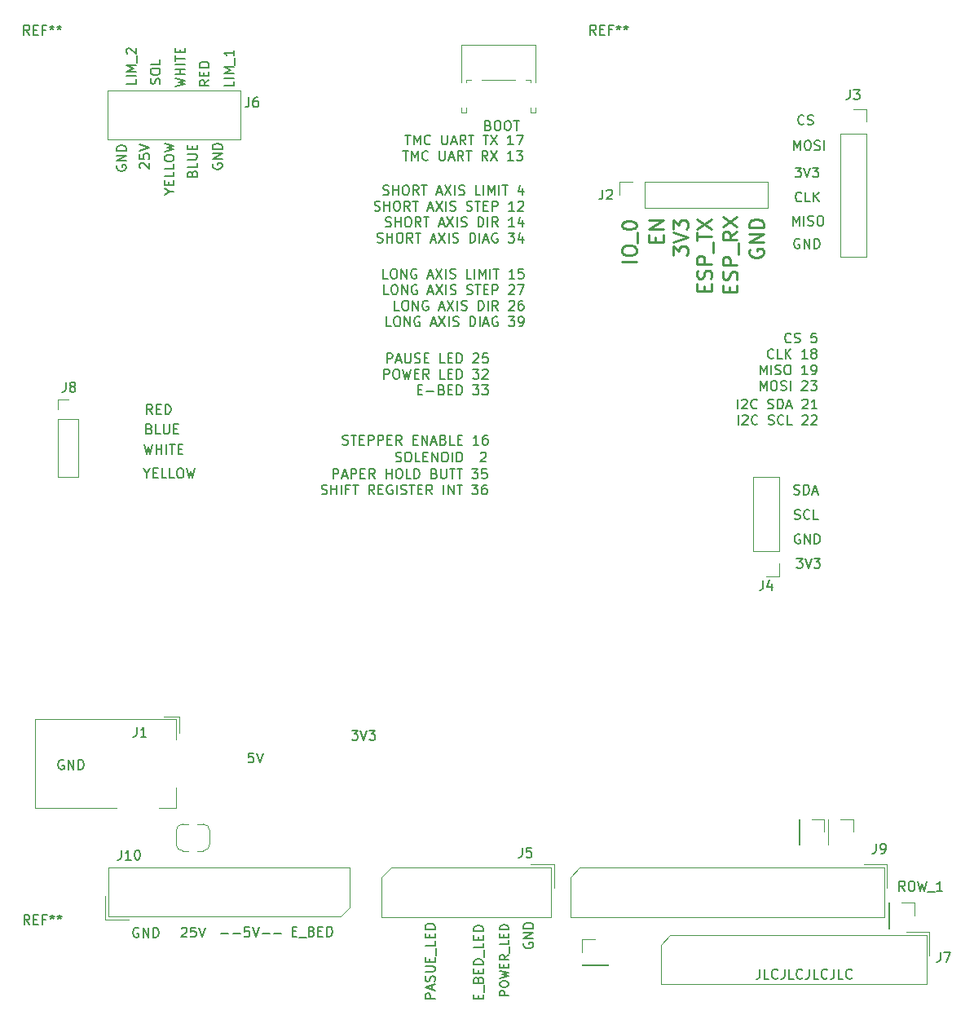
<source format=gbr>
%TF.GenerationSoftware,KiCad,Pcbnew,5.1.5+dfsg1-2build2*%
%TF.CreationDate,2021-12-02T15:53:16+01:00*%
%TF.ProjectId,plotter_board,706c6f74-7465-4725-9f62-6f6172642e6b,rev?*%
%TF.SameCoordinates,Original*%
%TF.FileFunction,Legend,Top*%
%TF.FilePolarity,Positive*%
%FSLAX46Y46*%
G04 Gerber Fmt 4.6, Leading zero omitted, Abs format (unit mm)*
G04 Created by KiCad (PCBNEW 5.1.5+dfsg1-2build2) date 2021-12-02 15:53:16*
%MOMM*%
%LPD*%
G04 APERTURE LIST*
%ADD10C,0.150000*%
%ADD11C,0.200000*%
%ADD12C,0.250000*%
%ADD13C,0.120000*%
G04 APERTURE END LIST*
D10*
X139611547Y-62417380D02*
X140182976Y-62417380D01*
X139897261Y-63417380D02*
X139897261Y-62417380D01*
X140516309Y-63417380D02*
X140516309Y-62417380D01*
X140849642Y-63131666D01*
X141182976Y-62417380D01*
X141182976Y-63417380D01*
X142230595Y-63322142D02*
X142182976Y-63369761D01*
X142040119Y-63417380D01*
X141944880Y-63417380D01*
X141802023Y-63369761D01*
X141706785Y-63274523D01*
X141659166Y-63179285D01*
X141611547Y-62988809D01*
X141611547Y-62845952D01*
X141659166Y-62655476D01*
X141706785Y-62560238D01*
X141802023Y-62465000D01*
X141944880Y-62417380D01*
X142040119Y-62417380D01*
X142182976Y-62465000D01*
X142230595Y-62512619D01*
X143421071Y-62417380D02*
X143421071Y-63226904D01*
X143468690Y-63322142D01*
X143516309Y-63369761D01*
X143611547Y-63417380D01*
X143802023Y-63417380D01*
X143897261Y-63369761D01*
X143944880Y-63322142D01*
X143992500Y-63226904D01*
X143992500Y-62417380D01*
X144421071Y-63131666D02*
X144897261Y-63131666D01*
X144325833Y-63417380D02*
X144659166Y-62417380D01*
X144992500Y-63417380D01*
X145897261Y-63417380D02*
X145563928Y-62941190D01*
X145325833Y-63417380D02*
X145325833Y-62417380D01*
X145706785Y-62417380D01*
X145802023Y-62465000D01*
X145849642Y-62512619D01*
X145897261Y-62607857D01*
X145897261Y-62750714D01*
X145849642Y-62845952D01*
X145802023Y-62893571D01*
X145706785Y-62941190D01*
X145325833Y-62941190D01*
X146182976Y-62417380D02*
X146754404Y-62417380D01*
X146468690Y-63417380D02*
X146468690Y-62417380D01*
X147706785Y-62417380D02*
X148278214Y-62417380D01*
X147992500Y-63417380D02*
X147992500Y-62417380D01*
X148516309Y-62417380D02*
X149182976Y-63417380D01*
X149182976Y-62417380D02*
X148516309Y-63417380D01*
X150849642Y-63417380D02*
X150278214Y-63417380D01*
X150563928Y-63417380D02*
X150563928Y-62417380D01*
X150468690Y-62560238D01*
X150373452Y-62655476D01*
X150278214Y-62703095D01*
X151182976Y-62417380D02*
X151849642Y-62417380D01*
X151421071Y-63417380D01*
X139373452Y-64067380D02*
X139944880Y-64067380D01*
X139659166Y-65067380D02*
X139659166Y-64067380D01*
X140278214Y-65067380D02*
X140278214Y-64067380D01*
X140611547Y-64781666D01*
X140944880Y-64067380D01*
X140944880Y-65067380D01*
X141992500Y-64972142D02*
X141944880Y-65019761D01*
X141802023Y-65067380D01*
X141706785Y-65067380D01*
X141563928Y-65019761D01*
X141468690Y-64924523D01*
X141421071Y-64829285D01*
X141373452Y-64638809D01*
X141373452Y-64495952D01*
X141421071Y-64305476D01*
X141468690Y-64210238D01*
X141563928Y-64115000D01*
X141706785Y-64067380D01*
X141802023Y-64067380D01*
X141944880Y-64115000D01*
X141992500Y-64162619D01*
X143182976Y-64067380D02*
X143182976Y-64876904D01*
X143230595Y-64972142D01*
X143278214Y-65019761D01*
X143373452Y-65067380D01*
X143563928Y-65067380D01*
X143659166Y-65019761D01*
X143706785Y-64972142D01*
X143754404Y-64876904D01*
X143754404Y-64067380D01*
X144182976Y-64781666D02*
X144659166Y-64781666D01*
X144087738Y-65067380D02*
X144421071Y-64067380D01*
X144754404Y-65067380D01*
X145659166Y-65067380D02*
X145325833Y-64591190D01*
X145087738Y-65067380D02*
X145087738Y-64067380D01*
X145468690Y-64067380D01*
X145563928Y-64115000D01*
X145611547Y-64162619D01*
X145659166Y-64257857D01*
X145659166Y-64400714D01*
X145611547Y-64495952D01*
X145563928Y-64543571D01*
X145468690Y-64591190D01*
X145087738Y-64591190D01*
X145944880Y-64067380D02*
X146516309Y-64067380D01*
X146230595Y-65067380D02*
X146230595Y-64067380D01*
X148182976Y-65067380D02*
X147849642Y-64591190D01*
X147611547Y-65067380D02*
X147611547Y-64067380D01*
X147992500Y-64067380D01*
X148087738Y-64115000D01*
X148135357Y-64162619D01*
X148182976Y-64257857D01*
X148182976Y-64400714D01*
X148135357Y-64495952D01*
X148087738Y-64543571D01*
X147992500Y-64591190D01*
X147611547Y-64591190D01*
X148516309Y-64067380D02*
X149182976Y-65067380D01*
X149182976Y-64067380D02*
X148516309Y-65067380D01*
X150849642Y-65067380D02*
X150278214Y-65067380D01*
X150563928Y-65067380D02*
X150563928Y-64067380D01*
X150468690Y-64210238D01*
X150373452Y-64305476D01*
X150278214Y-64353095D01*
X151182976Y-64067380D02*
X151802023Y-64067380D01*
X151468690Y-64448333D01*
X151611547Y-64448333D01*
X151706785Y-64495952D01*
X151754404Y-64543571D01*
X151802023Y-64638809D01*
X151802023Y-64876904D01*
X151754404Y-64972142D01*
X151706785Y-65019761D01*
X151611547Y-65067380D01*
X151325833Y-65067380D01*
X151230595Y-65019761D01*
X151182976Y-64972142D01*
X176450942Y-149052374D02*
X176450942Y-149766660D01*
X176403323Y-149909518D01*
X176308085Y-150004756D01*
X176165228Y-150052375D01*
X176069990Y-150052375D01*
X177403324Y-150052375D02*
X176927133Y-150052375D01*
X176927133Y-149052374D01*
X178308087Y-149957137D02*
X178260468Y-150004756D01*
X178117611Y-150052375D01*
X178022372Y-150052375D01*
X177879515Y-150004756D01*
X177784277Y-149909518D01*
X177736658Y-149814279D01*
X177689039Y-149623803D01*
X177689039Y-149480946D01*
X177736658Y-149290469D01*
X177784277Y-149195231D01*
X177879515Y-149099993D01*
X178022372Y-149052374D01*
X178117611Y-149052374D01*
X178260468Y-149099993D01*
X178308087Y-149147612D01*
X179022373Y-149052374D02*
X179022373Y-149766660D01*
X178974754Y-149909518D01*
X178879516Y-150004756D01*
X178736659Y-150052375D01*
X178641421Y-150052375D01*
X179974755Y-150052375D02*
X179498564Y-150052375D01*
X179498564Y-149052374D01*
X180879518Y-149957137D02*
X180831899Y-150004756D01*
X180689042Y-150052375D01*
X180593804Y-150052375D01*
X180450946Y-150004756D01*
X180355708Y-149909518D01*
X180308089Y-149814279D01*
X180260470Y-149623803D01*
X180260470Y-149480946D01*
X180308089Y-149290469D01*
X180355708Y-149195231D01*
X180450946Y-149099993D01*
X180593804Y-149052374D01*
X180689042Y-149052374D01*
X180831899Y-149099993D01*
X180879518Y-149147612D01*
X181593805Y-149052374D02*
X181593805Y-149766660D01*
X181546185Y-149909518D01*
X181450947Y-150004756D01*
X181308090Y-150052375D01*
X181212852Y-150052375D01*
X182546186Y-150052375D02*
X182069996Y-150052375D01*
X182069996Y-149052374D01*
X183450949Y-149957137D02*
X183403330Y-150004756D01*
X183260473Y-150052375D01*
X183165235Y-150052375D01*
X183022377Y-150004756D01*
X182927139Y-149909518D01*
X182879520Y-149814279D01*
X182831901Y-149623803D01*
X182831901Y-149480946D01*
X182879520Y-149290469D01*
X182927139Y-149195231D01*
X183022377Y-149099993D01*
X183165235Y-149052374D01*
X183260473Y-149052374D01*
X183403330Y-149099993D01*
X183450949Y-149147612D01*
X184165236Y-149052374D02*
X184165236Y-149766660D01*
X184117617Y-149909518D01*
X184022378Y-150004756D01*
X183879521Y-150052375D01*
X183784283Y-150052375D01*
X185117618Y-150052375D02*
X184641427Y-150052375D01*
X184641427Y-149052374D01*
X186022380Y-149957137D02*
X185974761Y-150004756D01*
X185831904Y-150052375D01*
X185736666Y-150052375D01*
X185593809Y-150004756D01*
X185498570Y-149909518D01*
X185450951Y-149814279D01*
X185403332Y-149623803D01*
X185403332Y-149480946D01*
X185450951Y-149290469D01*
X185498570Y-149195231D01*
X185593809Y-149099993D01*
X185736666Y-149052374D01*
X185831904Y-149052374D01*
X185974761Y-149099993D01*
X186022380Y-149147612D01*
X138639519Y-96304762D02*
X138782376Y-96352381D01*
X139020471Y-96352381D01*
X139115710Y-96304762D01*
X139163329Y-96257143D01*
X139210948Y-96161905D01*
X139210948Y-96066666D01*
X139163329Y-95971428D01*
X139115710Y-95923809D01*
X139020471Y-95876190D01*
X138829995Y-95828571D01*
X138734757Y-95780952D01*
X138687138Y-95733333D01*
X138639519Y-95638094D01*
X138639519Y-95542856D01*
X138687138Y-95447618D01*
X138734757Y-95399999D01*
X138829995Y-95352380D01*
X139068090Y-95352380D01*
X139210948Y-95399999D01*
X139829996Y-95352380D02*
X140020472Y-95352380D01*
X140115711Y-95399999D01*
X140210949Y-95495237D01*
X140258568Y-95685714D01*
X140258568Y-96019047D01*
X140210949Y-96209524D01*
X140115711Y-96304762D01*
X140020472Y-96352381D01*
X139829996Y-96352381D01*
X139734758Y-96304762D01*
X139639520Y-96209524D01*
X139591901Y-96019047D01*
X139591901Y-95685714D01*
X139639520Y-95495237D01*
X139734758Y-95399999D01*
X139829996Y-95352380D01*
X141163331Y-96352381D02*
X140687140Y-96352381D01*
X140687140Y-95352380D01*
X141496664Y-95828571D02*
X141829998Y-95828571D01*
X141972855Y-96352381D02*
X141496664Y-96352381D01*
X141496664Y-95352380D01*
X141972855Y-95352380D01*
X142401427Y-96352381D02*
X142401427Y-95352380D01*
X142972856Y-96352381D01*
X142972856Y-95352380D01*
X143639524Y-95352380D02*
X143830000Y-95352380D01*
X143925238Y-95399999D01*
X144020476Y-95495237D01*
X144068095Y-95685714D01*
X144068095Y-96019047D01*
X144020476Y-96209524D01*
X143925238Y-96304762D01*
X143830000Y-96352381D01*
X143639524Y-96352381D01*
X143544285Y-96304762D01*
X143449047Y-96209524D01*
X143401428Y-96019047D01*
X143401428Y-95685714D01*
X143449047Y-95495237D01*
X143544285Y-95399999D01*
X143639524Y-95352380D01*
X144496667Y-96352381D02*
X144496667Y-95352380D01*
X144972858Y-96352381D02*
X144972858Y-95352380D01*
X145210954Y-95352380D01*
X145353811Y-95399999D01*
X145449049Y-95495237D01*
X145496668Y-95590475D01*
X145544287Y-95780952D01*
X145544287Y-95923809D01*
X145496668Y-96114285D01*
X145449049Y-96209524D01*
X145353811Y-96304762D01*
X145210954Y-96352381D01*
X144972858Y-96352381D01*
X147449051Y-95447618D02*
X147496670Y-95399999D01*
X147591909Y-95352380D01*
X147830004Y-95352380D01*
X147925242Y-95399999D01*
X147972861Y-95447618D01*
X148020480Y-95542856D01*
X148020480Y-95638094D01*
X147972861Y-95780952D01*
X147401432Y-96352381D01*
X148020480Y-96352381D01*
X132132007Y-98097380D02*
X132132007Y-97097379D01*
X132512960Y-97097379D01*
X132608198Y-97144998D01*
X132655817Y-97192617D01*
X132703436Y-97287855D01*
X132703436Y-97430713D01*
X132655817Y-97525951D01*
X132608198Y-97573570D01*
X132512960Y-97621189D01*
X132132007Y-97621189D01*
X133084389Y-97811665D02*
X133560580Y-97811665D01*
X132989151Y-98097380D02*
X133322484Y-97097379D01*
X133655818Y-98097380D01*
X133989152Y-98097380D02*
X133989152Y-97097379D01*
X134370105Y-97097379D01*
X134465343Y-97144998D01*
X134512962Y-97192617D01*
X134560581Y-97287855D01*
X134560581Y-97430713D01*
X134512962Y-97525951D01*
X134465343Y-97573570D01*
X134370105Y-97621189D01*
X133989152Y-97621189D01*
X134989153Y-97573570D02*
X135322487Y-97573570D01*
X135465344Y-98097380D02*
X134989153Y-98097380D01*
X134989153Y-97097379D01*
X135465344Y-97097379D01*
X136465345Y-98097380D02*
X136132011Y-97621189D01*
X135893916Y-98097380D02*
X135893916Y-97097379D01*
X136274868Y-97097379D01*
X136370107Y-97144998D01*
X136417726Y-97192617D01*
X136465345Y-97287855D01*
X136465345Y-97430713D01*
X136417726Y-97525951D01*
X136370107Y-97573570D01*
X136274868Y-97621189D01*
X135893916Y-97621189D01*
X137655822Y-98097380D02*
X137655822Y-97097379D01*
X137655822Y-97573570D02*
X138227251Y-97573570D01*
X138227251Y-98097380D02*
X138227251Y-97097379D01*
X138893919Y-97097379D02*
X139084395Y-97097379D01*
X139179633Y-97144998D01*
X139274871Y-97240236D01*
X139322491Y-97430713D01*
X139322491Y-97764046D01*
X139274871Y-97954523D01*
X139179633Y-98049761D01*
X139084395Y-98097380D01*
X138893919Y-98097380D01*
X138798680Y-98049761D01*
X138703442Y-97954523D01*
X138655823Y-97764046D01*
X138655823Y-97430713D01*
X138703442Y-97240236D01*
X138798680Y-97144998D01*
X138893919Y-97097379D01*
X140227253Y-98097380D02*
X139751062Y-98097380D01*
X139751062Y-97097379D01*
X140560587Y-98097380D02*
X140560587Y-97097379D01*
X140798682Y-97097379D01*
X140941540Y-97144998D01*
X141036778Y-97240236D01*
X141084397Y-97335474D01*
X141132016Y-97525951D01*
X141132016Y-97668808D01*
X141084397Y-97859284D01*
X141036778Y-97954523D01*
X140941540Y-98049761D01*
X140798682Y-98097380D01*
X140560587Y-98097380D01*
X142655827Y-97573570D02*
X142798684Y-97621189D01*
X142846304Y-97668808D01*
X142893923Y-97764046D01*
X142893923Y-97906904D01*
X142846304Y-98002142D01*
X142798684Y-98049761D01*
X142703446Y-98097380D01*
X142322494Y-98097380D01*
X142322494Y-97097379D01*
X142655827Y-97097379D01*
X142751065Y-97144998D01*
X142798684Y-97192617D01*
X142846304Y-97287855D01*
X142846304Y-97383093D01*
X142798684Y-97478332D01*
X142751065Y-97525951D01*
X142655827Y-97573570D01*
X142322494Y-97573570D01*
X143322495Y-97097379D02*
X143322495Y-97906904D01*
X143370114Y-98002142D01*
X143417733Y-98049761D01*
X143512971Y-98097380D01*
X143703447Y-98097380D01*
X143798685Y-98049761D01*
X143846305Y-98002142D01*
X143893924Y-97906904D01*
X143893924Y-97097379D01*
X144227257Y-97097379D02*
X144798686Y-97097379D01*
X144512972Y-98097380D02*
X144512972Y-97097379D01*
X144989163Y-97097379D02*
X145560592Y-97097379D01*
X145274877Y-98097380D02*
X145274877Y-97097379D01*
X146560593Y-97097379D02*
X147179641Y-97097379D01*
X146846308Y-97478332D01*
X146989165Y-97478332D01*
X147084403Y-97525951D01*
X147132022Y-97573570D01*
X147179641Y-97668808D01*
X147179641Y-97906904D01*
X147132022Y-98002142D01*
X147084403Y-98049761D01*
X146989165Y-98097380D01*
X146703450Y-98097380D01*
X146608212Y-98049761D01*
X146560593Y-98002142D01*
X148084404Y-97097379D02*
X147608213Y-97097379D01*
X147560594Y-97573570D01*
X147608213Y-97525951D01*
X147703451Y-97478332D01*
X147941547Y-97478332D01*
X148036785Y-97525951D01*
X148084404Y-97573570D01*
X148132023Y-97668808D01*
X148132023Y-97906904D01*
X148084404Y-98002142D01*
X148036785Y-98049761D01*
X147941547Y-98097380D01*
X147703451Y-98097380D01*
X147608213Y-98049761D01*
X147560594Y-98002142D01*
X130941530Y-99699763D02*
X131084387Y-99747382D01*
X131322483Y-99747382D01*
X131417721Y-99699763D01*
X131465340Y-99652144D01*
X131512959Y-99556906D01*
X131512959Y-99461667D01*
X131465340Y-99366429D01*
X131417721Y-99318810D01*
X131322483Y-99271191D01*
X131132006Y-99223572D01*
X131036768Y-99175953D01*
X130989149Y-99128334D01*
X130941530Y-99033095D01*
X130941530Y-98937857D01*
X130989149Y-98842619D01*
X131036768Y-98795000D01*
X131132006Y-98747381D01*
X131370102Y-98747381D01*
X131512959Y-98795000D01*
X131941531Y-99747382D02*
X131941531Y-98747381D01*
X131941531Y-99223572D02*
X132512960Y-99223572D01*
X132512960Y-99747382D02*
X132512960Y-98747381D01*
X132989151Y-99747382D02*
X132989151Y-98747381D01*
X133798675Y-99223572D02*
X133465342Y-99223572D01*
X133465342Y-99747382D02*
X133465342Y-98747381D01*
X133941533Y-98747381D01*
X134179628Y-98747381D02*
X134751057Y-98747381D01*
X134465343Y-99747382D02*
X134465343Y-98747381D01*
X136417726Y-99747382D02*
X136084392Y-99271191D01*
X135846297Y-99747382D02*
X135846297Y-98747381D01*
X136227249Y-98747381D01*
X136322488Y-98795000D01*
X136370107Y-98842619D01*
X136417726Y-98937857D01*
X136417726Y-99080715D01*
X136370107Y-99175953D01*
X136322488Y-99223572D01*
X136227249Y-99271191D01*
X135846297Y-99271191D01*
X136846298Y-99223572D02*
X137179631Y-99223572D01*
X137322489Y-99747382D02*
X136846298Y-99747382D01*
X136846298Y-98747381D01*
X137322489Y-98747381D01*
X138274870Y-98795000D02*
X138179632Y-98747381D01*
X138036775Y-98747381D01*
X137893918Y-98795000D01*
X137798679Y-98890238D01*
X137751060Y-98985476D01*
X137703441Y-99175953D01*
X137703441Y-99318810D01*
X137751060Y-99509286D01*
X137798679Y-99604525D01*
X137893918Y-99699763D01*
X138036775Y-99747382D01*
X138132013Y-99747382D01*
X138274870Y-99699763D01*
X138322490Y-99652144D01*
X138322490Y-99318810D01*
X138132013Y-99318810D01*
X138751061Y-99747382D02*
X138751061Y-98747381D01*
X139179633Y-99699763D02*
X139322491Y-99747382D01*
X139560586Y-99747382D01*
X139655824Y-99699763D01*
X139703443Y-99652144D01*
X139751062Y-99556906D01*
X139751062Y-99461667D01*
X139703443Y-99366429D01*
X139655824Y-99318810D01*
X139560586Y-99271191D01*
X139370110Y-99223572D01*
X139274871Y-99175953D01*
X139227252Y-99128334D01*
X139179633Y-99033095D01*
X139179633Y-98937857D01*
X139227252Y-98842619D01*
X139274871Y-98795000D01*
X139370110Y-98747381D01*
X139608205Y-98747381D01*
X139751062Y-98795000D01*
X140036777Y-98747381D02*
X140608206Y-98747381D01*
X140322492Y-99747382D02*
X140322492Y-98747381D01*
X140941540Y-99223572D02*
X141274873Y-99223572D01*
X141417731Y-99747382D02*
X140941540Y-99747382D01*
X140941540Y-98747381D01*
X141417731Y-98747381D01*
X142417732Y-99747382D02*
X142084398Y-99271191D01*
X141846303Y-99747382D02*
X141846303Y-98747381D01*
X142227255Y-98747381D01*
X142322494Y-98795000D01*
X142370113Y-98842619D01*
X142417732Y-98937857D01*
X142417732Y-99080715D01*
X142370113Y-99175953D01*
X142322494Y-99223572D01*
X142227255Y-99271191D01*
X141846303Y-99271191D01*
X143608209Y-99747382D02*
X143608209Y-98747381D01*
X144084400Y-99747382D02*
X144084400Y-98747381D01*
X144655829Y-99747382D01*
X144655829Y-98747381D01*
X144989163Y-98747381D02*
X145560592Y-98747381D01*
X145274877Y-99747382D02*
X145274877Y-98747381D01*
X146560593Y-98747381D02*
X147179641Y-98747381D01*
X146846308Y-99128334D01*
X146989165Y-99128334D01*
X147084403Y-99175953D01*
X147132022Y-99223572D01*
X147179641Y-99318810D01*
X147179641Y-99556906D01*
X147132022Y-99652144D01*
X147084403Y-99699763D01*
X146989165Y-99747382D01*
X146703450Y-99747382D01*
X146608212Y-99699763D01*
X146560593Y-99652144D01*
X148036785Y-98747381D02*
X147846309Y-98747381D01*
X147751070Y-98795000D01*
X147703451Y-98842619D01*
X147608213Y-98985476D01*
X147560594Y-99175953D01*
X147560594Y-99556906D01*
X147608213Y-99652144D01*
X147655832Y-99699763D01*
X147751070Y-99747382D01*
X147941547Y-99747382D01*
X148036785Y-99699763D01*
X148084404Y-99652144D01*
X148132023Y-99556906D01*
X148132023Y-99318810D01*
X148084404Y-99223572D01*
X148036785Y-99175953D01*
X147941547Y-99128334D01*
X147751070Y-99128334D01*
X147655832Y-99175953D01*
X147608213Y-99223572D01*
X147560594Y-99318810D01*
X137745822Y-86092379D02*
X137745822Y-85092378D01*
X138126775Y-85092378D01*
X138222013Y-85139997D01*
X138269632Y-85187616D01*
X138317251Y-85282854D01*
X138317251Y-85425712D01*
X138269632Y-85520950D01*
X138222013Y-85568569D01*
X138126775Y-85616188D01*
X137745822Y-85616188D01*
X138698204Y-85806664D02*
X139174395Y-85806664D01*
X138602966Y-86092379D02*
X138936300Y-85092378D01*
X139269633Y-86092379D01*
X139602967Y-85092378D02*
X139602967Y-85901903D01*
X139650586Y-85997141D01*
X139698205Y-86044760D01*
X139793443Y-86092379D01*
X139983920Y-86092379D01*
X140079158Y-86044760D01*
X140126777Y-85997141D01*
X140174396Y-85901903D01*
X140174396Y-85092378D01*
X140602968Y-86044760D02*
X140745825Y-86092379D01*
X140983921Y-86092379D01*
X141079159Y-86044760D01*
X141126778Y-85997141D01*
X141174397Y-85901903D01*
X141174397Y-85806664D01*
X141126778Y-85711426D01*
X141079159Y-85663807D01*
X140983921Y-85616188D01*
X140793444Y-85568569D01*
X140698206Y-85520950D01*
X140650587Y-85473331D01*
X140602968Y-85378092D01*
X140602968Y-85282854D01*
X140650587Y-85187616D01*
X140698206Y-85139997D01*
X140793444Y-85092378D01*
X141031540Y-85092378D01*
X141174397Y-85139997D01*
X141602969Y-85568569D02*
X141936303Y-85568569D01*
X142079160Y-86092379D02*
X141602969Y-86092379D01*
X141602969Y-85092378D01*
X142079160Y-85092378D01*
X143745828Y-86092379D02*
X143269637Y-86092379D01*
X143269637Y-85092378D01*
X144079162Y-85568569D02*
X144412496Y-85568569D01*
X144555353Y-86092379D02*
X144079162Y-86092379D01*
X144079162Y-85092378D01*
X144555353Y-85092378D01*
X144983925Y-86092379D02*
X144983925Y-85092378D01*
X145222020Y-85092378D01*
X145364877Y-85139997D01*
X145460116Y-85235235D01*
X145507735Y-85330473D01*
X145555354Y-85520950D01*
X145555354Y-85663807D01*
X145507735Y-85854283D01*
X145460116Y-85949522D01*
X145364877Y-86044760D01*
X145222020Y-86092379D01*
X144983925Y-86092379D01*
X146698212Y-85187616D02*
X146745831Y-85139997D01*
X146841069Y-85092378D01*
X147079165Y-85092378D01*
X147174403Y-85139997D01*
X147222022Y-85187616D01*
X147269641Y-85282854D01*
X147269641Y-85378092D01*
X147222022Y-85520950D01*
X146650593Y-86092379D01*
X147269641Y-86092379D01*
X148174404Y-85092378D02*
X147698213Y-85092378D01*
X147650594Y-85568569D01*
X147698213Y-85520950D01*
X147793451Y-85473331D01*
X148031547Y-85473331D01*
X148126785Y-85520950D01*
X148174404Y-85568569D01*
X148222023Y-85663807D01*
X148222023Y-85901903D01*
X148174404Y-85997141D01*
X148126785Y-86044760D01*
X148031547Y-86092379D01*
X147793451Y-86092379D01*
X147698213Y-86044760D01*
X147650594Y-85997141D01*
X137412489Y-87742381D02*
X137412489Y-86742380D01*
X137793441Y-86742380D01*
X137888679Y-86789999D01*
X137936299Y-86837618D01*
X137983918Y-86932856D01*
X137983918Y-87075714D01*
X137936299Y-87170952D01*
X137888679Y-87218571D01*
X137793441Y-87266190D01*
X137412489Y-87266190D01*
X138602966Y-86742380D02*
X138793442Y-86742380D01*
X138888680Y-86789999D01*
X138983919Y-86885237D01*
X139031538Y-87075714D01*
X139031538Y-87409047D01*
X138983919Y-87599524D01*
X138888680Y-87694762D01*
X138793442Y-87742381D01*
X138602966Y-87742381D01*
X138507728Y-87694762D01*
X138412490Y-87599524D01*
X138364870Y-87409047D01*
X138364870Y-87075714D01*
X138412490Y-86885237D01*
X138507728Y-86789999D01*
X138602966Y-86742380D01*
X139364871Y-86742380D02*
X139602967Y-87742381D01*
X139793443Y-87028094D01*
X139983920Y-87742381D01*
X140222015Y-86742380D01*
X140602968Y-87218571D02*
X140936302Y-87218571D01*
X141079159Y-87742381D02*
X140602968Y-87742381D01*
X140602968Y-86742380D01*
X141079159Y-86742380D01*
X142079160Y-87742381D02*
X141745826Y-87266190D01*
X141507731Y-87742381D02*
X141507731Y-86742380D01*
X141888683Y-86742380D01*
X141983922Y-86789999D01*
X142031541Y-86837618D01*
X142079160Y-86932856D01*
X142079160Y-87075714D01*
X142031541Y-87170952D01*
X141983922Y-87218571D01*
X141888683Y-87266190D01*
X141507731Y-87266190D01*
X143745828Y-87742381D02*
X143269637Y-87742381D01*
X143269637Y-86742380D01*
X144079162Y-87218571D02*
X144412496Y-87218571D01*
X144555353Y-87742381D02*
X144079162Y-87742381D01*
X144079162Y-86742380D01*
X144555353Y-86742380D01*
X144983925Y-87742381D02*
X144983925Y-86742380D01*
X145222020Y-86742380D01*
X145364877Y-86789999D01*
X145460116Y-86885237D01*
X145507735Y-86980475D01*
X145555354Y-87170952D01*
X145555354Y-87313809D01*
X145507735Y-87504285D01*
X145460116Y-87599524D01*
X145364877Y-87694762D01*
X145222020Y-87742381D01*
X144983925Y-87742381D01*
X146650593Y-86742380D02*
X147269641Y-86742380D01*
X146936308Y-87123333D01*
X147079165Y-87123333D01*
X147174403Y-87170952D01*
X147222022Y-87218571D01*
X147269641Y-87313809D01*
X147269641Y-87551905D01*
X147222022Y-87647143D01*
X147174403Y-87694762D01*
X147079165Y-87742381D01*
X146793450Y-87742381D01*
X146698212Y-87694762D01*
X146650593Y-87647143D01*
X147650594Y-86837618D02*
X147698213Y-86789999D01*
X147793451Y-86742380D01*
X148031547Y-86742380D01*
X148126785Y-86789999D01*
X148174404Y-86837618D01*
X148222023Y-86932856D01*
X148222023Y-87028094D01*
X148174404Y-87170952D01*
X147602975Y-87742381D01*
X148222023Y-87742381D01*
X140936302Y-88868573D02*
X141269635Y-88868573D01*
X141412493Y-89392383D02*
X140936302Y-89392383D01*
X140936302Y-88392382D01*
X141412493Y-88392382D01*
X141841064Y-89011430D02*
X142602970Y-89011430D01*
X143412495Y-88868573D02*
X143555352Y-88916192D01*
X143602971Y-88963811D01*
X143650590Y-89059049D01*
X143650590Y-89201907D01*
X143602971Y-89297145D01*
X143555352Y-89344764D01*
X143460114Y-89392383D01*
X143079161Y-89392383D01*
X143079161Y-88392382D01*
X143412495Y-88392382D01*
X143507733Y-88440001D01*
X143555352Y-88487620D01*
X143602971Y-88582858D01*
X143602971Y-88678096D01*
X143555352Y-88773335D01*
X143507733Y-88820954D01*
X143412495Y-88868573D01*
X143079161Y-88868573D01*
X144079162Y-88868573D02*
X144412496Y-88868573D01*
X144555353Y-89392383D02*
X144079162Y-89392383D01*
X144079162Y-88392382D01*
X144555353Y-88392382D01*
X144983925Y-89392383D02*
X144983925Y-88392382D01*
X145222020Y-88392382D01*
X145364877Y-88440001D01*
X145460116Y-88535239D01*
X145507735Y-88630477D01*
X145555354Y-88820954D01*
X145555354Y-88963811D01*
X145507735Y-89154287D01*
X145460116Y-89249526D01*
X145364877Y-89344764D01*
X145222020Y-89392383D01*
X144983925Y-89392383D01*
X146650593Y-88392382D02*
X147269641Y-88392382D01*
X146936308Y-88773335D01*
X147079165Y-88773335D01*
X147174403Y-88820954D01*
X147222022Y-88868573D01*
X147269641Y-88963811D01*
X147269641Y-89201907D01*
X147222022Y-89297145D01*
X147174403Y-89344764D01*
X147079165Y-89392383D01*
X146793450Y-89392383D01*
X146698212Y-89344764D01*
X146650593Y-89297145D01*
X147602975Y-88392382D02*
X148222023Y-88392382D01*
X147888689Y-88773335D01*
X148031547Y-88773335D01*
X148126785Y-88820954D01*
X148174404Y-88868573D01*
X148222023Y-88963811D01*
X148222023Y-89201907D01*
X148174404Y-89297145D01*
X148126785Y-89344764D01*
X148031547Y-89392383D01*
X147745832Y-89392383D01*
X147650594Y-89344764D01*
X147602975Y-89297145D01*
X133122373Y-94544762D02*
X133265230Y-94592381D01*
X133503326Y-94592381D01*
X133598564Y-94544762D01*
X133646183Y-94497143D01*
X133693802Y-94401905D01*
X133693802Y-94306666D01*
X133646183Y-94211428D01*
X133598564Y-94163809D01*
X133503326Y-94116190D01*
X133312849Y-94068571D01*
X133217611Y-94020952D01*
X133169992Y-93973333D01*
X133122373Y-93878094D01*
X133122373Y-93782856D01*
X133169992Y-93687618D01*
X133217611Y-93639999D01*
X133312849Y-93592380D01*
X133550945Y-93592380D01*
X133693802Y-93639999D01*
X133979517Y-93592380D02*
X134550946Y-93592380D01*
X134265231Y-94592381D02*
X134265231Y-93592380D01*
X134884279Y-94068571D02*
X135217613Y-94068571D01*
X135360470Y-94592381D02*
X134884279Y-94592381D01*
X134884279Y-93592380D01*
X135360470Y-93592380D01*
X135789042Y-94592381D02*
X135789042Y-93592380D01*
X136169995Y-93592380D01*
X136265233Y-93639999D01*
X136312852Y-93687618D01*
X136360471Y-93782856D01*
X136360471Y-93925714D01*
X136312852Y-94020952D01*
X136265233Y-94068571D01*
X136169995Y-94116190D01*
X135789042Y-94116190D01*
X136789043Y-94592381D02*
X136789043Y-93592380D01*
X137169996Y-93592380D01*
X137265234Y-93639999D01*
X137312853Y-93687618D01*
X137360472Y-93782856D01*
X137360472Y-93925714D01*
X137312853Y-94020952D01*
X137265234Y-94068571D01*
X137169996Y-94116190D01*
X136789043Y-94116190D01*
X137789044Y-94068571D02*
X138122378Y-94068571D01*
X138265235Y-94592381D02*
X137789044Y-94592381D01*
X137789044Y-93592380D01*
X138265235Y-93592380D01*
X139265236Y-94592381D02*
X138931903Y-94116190D01*
X138693807Y-94592381D02*
X138693807Y-93592380D01*
X139074760Y-93592380D01*
X139169998Y-93639999D01*
X139217617Y-93687618D01*
X139265236Y-93782856D01*
X139265236Y-93925714D01*
X139217617Y-94020952D01*
X139169998Y-94068571D01*
X139074760Y-94116190D01*
X138693807Y-94116190D01*
X140455714Y-94068571D02*
X140789047Y-94068571D01*
X140931905Y-94592381D02*
X140455714Y-94592381D01*
X140455714Y-93592380D01*
X140931905Y-93592380D01*
X141360476Y-94592381D02*
X141360476Y-93592380D01*
X141931906Y-94592381D01*
X141931906Y-93592380D01*
X142360477Y-94306666D02*
X142836668Y-94306666D01*
X142265239Y-94592381D02*
X142598573Y-93592380D01*
X142931907Y-94592381D01*
X143598574Y-94068571D02*
X143741431Y-94116190D01*
X143789050Y-94163809D01*
X143836669Y-94259047D01*
X143836669Y-94401905D01*
X143789050Y-94497143D01*
X143741431Y-94544762D01*
X143646193Y-94592381D01*
X143265240Y-94592381D01*
X143265240Y-93592380D01*
X143598574Y-93592380D01*
X143693812Y-93639999D01*
X143741431Y-93687618D01*
X143789050Y-93782856D01*
X143789050Y-93878094D01*
X143741431Y-93973333D01*
X143693812Y-94020952D01*
X143598574Y-94068571D01*
X143265240Y-94068571D01*
X144741432Y-94592381D02*
X144265241Y-94592381D01*
X144265241Y-93592380D01*
X145074766Y-94068571D02*
X145408099Y-94068571D01*
X145550957Y-94592381D02*
X145074766Y-94592381D01*
X145074766Y-93592380D01*
X145550957Y-93592380D01*
X147265244Y-94592381D02*
X146693815Y-94592381D01*
X146979530Y-94592381D02*
X146979530Y-93592380D01*
X146884291Y-93735237D01*
X146789053Y-93830475D01*
X146693815Y-93878094D01*
X148122388Y-93592380D02*
X147931912Y-93592380D01*
X147836673Y-93639999D01*
X147789054Y-93687618D01*
X147693816Y-93830475D01*
X147646197Y-94020952D01*
X147646197Y-94401905D01*
X147693816Y-94497143D01*
X147741435Y-94544762D01*
X147836673Y-94592381D01*
X148027150Y-94592381D01*
X148122388Y-94544762D01*
X148170007Y-94497143D01*
X148217626Y-94401905D01*
X148217626Y-94163809D01*
X148170007Y-94068571D01*
X148122388Y-94020952D01*
X148027150Y-93973333D01*
X147836673Y-93973333D01*
X147741435Y-94020952D01*
X147693816Y-94068571D01*
X147646197Y-94163809D01*
X179685361Y-83902142D02*
X179637742Y-83949761D01*
X179494884Y-83997380D01*
X179399646Y-83997380D01*
X179256789Y-83949761D01*
X179161551Y-83854523D01*
X179113932Y-83759284D01*
X179066313Y-83568808D01*
X179066313Y-83425951D01*
X179113932Y-83235474D01*
X179161551Y-83140236D01*
X179256789Y-83044998D01*
X179399646Y-82997379D01*
X179494884Y-82997379D01*
X179637742Y-83044998D01*
X179685361Y-83092617D01*
X180066314Y-83949761D02*
X180209171Y-83997380D01*
X180447266Y-83997380D01*
X180542505Y-83949761D01*
X180590124Y-83902142D01*
X180637743Y-83806904D01*
X180637743Y-83711665D01*
X180590124Y-83616427D01*
X180542505Y-83568808D01*
X180447266Y-83521189D01*
X180256790Y-83473570D01*
X180161552Y-83425951D01*
X180113933Y-83378332D01*
X180066314Y-83283093D01*
X180066314Y-83187855D01*
X180113933Y-83092617D01*
X180161552Y-83044998D01*
X180256790Y-82997379D01*
X180494885Y-82997379D01*
X180637743Y-83044998D01*
X182304411Y-82997379D02*
X181828220Y-82997379D01*
X181780601Y-83473570D01*
X181828220Y-83425951D01*
X181923458Y-83378332D01*
X182161554Y-83378332D01*
X182256792Y-83425951D01*
X182304411Y-83473570D01*
X182352030Y-83568808D01*
X182352030Y-83806904D01*
X182304411Y-83902142D01*
X182256792Y-83949761D01*
X182161554Y-83997380D01*
X181923458Y-83997380D01*
X181828220Y-83949761D01*
X181780601Y-83902142D01*
X177875835Y-85552144D02*
X177828216Y-85599763D01*
X177685359Y-85647382D01*
X177590121Y-85647382D01*
X177447263Y-85599763D01*
X177352025Y-85504525D01*
X177304406Y-85409286D01*
X177256787Y-85218810D01*
X177256787Y-85075953D01*
X177304406Y-84885476D01*
X177352025Y-84790238D01*
X177447263Y-84695000D01*
X177590121Y-84647381D01*
X177685359Y-84647381D01*
X177828216Y-84695000D01*
X177875835Y-84742619D01*
X178780598Y-85647382D02*
X178304407Y-85647382D01*
X178304407Y-84647381D01*
X179113932Y-85647382D02*
X179113932Y-84647381D01*
X179685361Y-85647382D02*
X179256789Y-85075953D01*
X179685361Y-84647381D02*
X179113932Y-85218810D01*
X181399648Y-85647382D02*
X180828219Y-85647382D01*
X181113934Y-85647382D02*
X181113934Y-84647381D01*
X181018695Y-84790238D01*
X180923457Y-84885476D01*
X180828219Y-84933095D01*
X181971077Y-85075953D02*
X181875839Y-85028334D01*
X181828220Y-84980715D01*
X181780601Y-84885476D01*
X181780601Y-84837857D01*
X181828220Y-84742619D01*
X181875839Y-84695000D01*
X181971077Y-84647381D01*
X182161554Y-84647381D01*
X182256792Y-84695000D01*
X182304411Y-84742619D01*
X182352030Y-84837857D01*
X182352030Y-84885476D01*
X182304411Y-84980715D01*
X182256792Y-85028334D01*
X182161554Y-85075953D01*
X181971077Y-85075953D01*
X181875839Y-85123572D01*
X181828220Y-85171191D01*
X181780601Y-85266429D01*
X181780601Y-85456906D01*
X181828220Y-85552144D01*
X181875839Y-85599763D01*
X181971077Y-85647382D01*
X182161554Y-85647382D01*
X182256792Y-85599763D01*
X182304411Y-85552144D01*
X182352030Y-85456906D01*
X182352030Y-85266429D01*
X182304411Y-85171191D01*
X182256792Y-85123572D01*
X182161554Y-85075953D01*
X176494881Y-87297384D02*
X176494881Y-86297383D01*
X176828215Y-87011669D01*
X177161549Y-86297383D01*
X177161549Y-87297384D01*
X177637740Y-87297384D02*
X177637740Y-86297383D01*
X178066312Y-87249765D02*
X178209169Y-87297384D01*
X178447264Y-87297384D01*
X178542503Y-87249765D01*
X178590122Y-87202146D01*
X178637741Y-87106908D01*
X178637741Y-87011669D01*
X178590122Y-86916431D01*
X178542503Y-86868812D01*
X178447264Y-86821193D01*
X178256788Y-86773574D01*
X178161550Y-86725955D01*
X178113931Y-86678336D01*
X178066312Y-86583097D01*
X178066312Y-86487859D01*
X178113931Y-86392621D01*
X178161550Y-86345002D01*
X178256788Y-86297383D01*
X178494883Y-86297383D01*
X178637741Y-86345002D01*
X179256789Y-86297383D02*
X179447265Y-86297383D01*
X179542504Y-86345002D01*
X179637742Y-86440240D01*
X179685361Y-86630717D01*
X179685361Y-86964050D01*
X179637742Y-87154527D01*
X179542504Y-87249765D01*
X179447265Y-87297384D01*
X179256789Y-87297384D01*
X179161551Y-87249765D01*
X179066313Y-87154527D01*
X179018693Y-86964050D01*
X179018693Y-86630717D01*
X179066313Y-86440240D01*
X179161551Y-86345002D01*
X179256789Y-86297383D01*
X181399648Y-87297384D02*
X180828219Y-87297384D01*
X181113934Y-87297384D02*
X181113934Y-86297383D01*
X181018695Y-86440240D01*
X180923457Y-86535478D01*
X180828219Y-86583097D01*
X181875839Y-87297384D02*
X182066316Y-87297384D01*
X182161554Y-87249765D01*
X182209173Y-87202146D01*
X182304411Y-87059288D01*
X182352030Y-86868812D01*
X182352030Y-86487859D01*
X182304411Y-86392621D01*
X182256792Y-86345002D01*
X182161554Y-86297383D01*
X181971077Y-86297383D01*
X181875839Y-86345002D01*
X181828220Y-86392621D01*
X181780601Y-86487859D01*
X181780601Y-86725955D01*
X181828220Y-86821193D01*
X181875839Y-86868812D01*
X181971077Y-86916431D01*
X182161554Y-86916431D01*
X182256792Y-86868812D01*
X182304411Y-86821193D01*
X182352030Y-86725955D01*
X176494881Y-88947386D02*
X176494881Y-87947385D01*
X176828215Y-88661671D01*
X177161549Y-87947385D01*
X177161549Y-88947386D01*
X177828216Y-87947385D02*
X178018692Y-87947385D01*
X178113931Y-87995004D01*
X178209169Y-88090242D01*
X178256788Y-88280719D01*
X178256788Y-88614052D01*
X178209169Y-88804529D01*
X178113931Y-88899767D01*
X178018692Y-88947386D01*
X177828216Y-88947386D01*
X177732978Y-88899767D01*
X177637740Y-88804529D01*
X177590121Y-88614052D01*
X177590121Y-88280719D01*
X177637740Y-88090242D01*
X177732978Y-87995004D01*
X177828216Y-87947385D01*
X178637741Y-88899767D02*
X178780598Y-88947386D01*
X179018693Y-88947386D01*
X179113932Y-88899767D01*
X179161551Y-88852148D01*
X179209170Y-88756910D01*
X179209170Y-88661671D01*
X179161551Y-88566433D01*
X179113932Y-88518814D01*
X179018693Y-88471195D01*
X178828217Y-88423576D01*
X178732979Y-88375957D01*
X178685360Y-88328338D01*
X178637741Y-88233099D01*
X178637741Y-88137861D01*
X178685360Y-88042623D01*
X178732979Y-87995004D01*
X178828217Y-87947385D01*
X179066313Y-87947385D01*
X179209170Y-87995004D01*
X179637742Y-88947386D02*
X179637742Y-87947385D01*
X180828219Y-88042623D02*
X180875838Y-87995004D01*
X180971076Y-87947385D01*
X181209172Y-87947385D01*
X181304410Y-87995004D01*
X181352029Y-88042623D01*
X181399648Y-88137861D01*
X181399648Y-88233099D01*
X181352029Y-88375957D01*
X180780600Y-88947386D01*
X181399648Y-88947386D01*
X181732982Y-87947385D02*
X182352030Y-87947385D01*
X182018696Y-88328338D01*
X182161554Y-88328338D01*
X182256792Y-88375957D01*
X182304411Y-88423576D01*
X182352030Y-88518814D01*
X182352030Y-88756910D01*
X182304411Y-88852148D01*
X182256792Y-88899767D01*
X182161554Y-88947386D01*
X181875839Y-88947386D01*
X181780601Y-88899767D01*
X181732982Y-88852148D01*
X174165925Y-90858498D02*
X174165925Y-89858497D01*
X174594497Y-89953735D02*
X174642116Y-89906116D01*
X174737354Y-89858497D01*
X174975449Y-89858497D01*
X175070687Y-89906116D01*
X175118307Y-89953735D01*
X175165926Y-90048973D01*
X175165926Y-90144211D01*
X175118307Y-90287069D01*
X174546877Y-90858498D01*
X175165926Y-90858498D01*
X176165927Y-90763260D02*
X176118308Y-90810879D01*
X175975450Y-90858498D01*
X175880212Y-90858498D01*
X175737355Y-90810879D01*
X175642117Y-90715641D01*
X175594498Y-90620402D01*
X175546878Y-90429926D01*
X175546878Y-90287069D01*
X175594498Y-90096592D01*
X175642117Y-90001354D01*
X175737355Y-89906116D01*
X175880212Y-89858497D01*
X175975450Y-89858497D01*
X176118308Y-89906116D01*
X176165927Y-89953735D01*
X177308785Y-90810879D02*
X177451642Y-90858498D01*
X177689738Y-90858498D01*
X177784976Y-90810879D01*
X177832595Y-90763260D01*
X177880214Y-90668022D01*
X177880214Y-90572783D01*
X177832595Y-90477545D01*
X177784976Y-90429926D01*
X177689738Y-90382307D01*
X177499261Y-90334688D01*
X177404023Y-90287069D01*
X177356404Y-90239450D01*
X177308785Y-90144211D01*
X177308785Y-90048973D01*
X177356404Y-89953735D01*
X177404023Y-89906116D01*
X177499261Y-89858497D01*
X177737357Y-89858497D01*
X177880214Y-89906116D01*
X178308786Y-90858498D02*
X178308786Y-89858497D01*
X178546881Y-89858497D01*
X178689739Y-89906116D01*
X178784977Y-90001354D01*
X178832596Y-90096592D01*
X178880215Y-90287069D01*
X178880215Y-90429926D01*
X178832596Y-90620402D01*
X178784977Y-90715641D01*
X178689739Y-90810879D01*
X178546881Y-90858498D01*
X178308786Y-90858498D01*
X179261168Y-90572783D02*
X179737359Y-90572783D01*
X179165930Y-90858498D02*
X179499263Y-89858497D01*
X179832597Y-90858498D01*
X180880217Y-89953735D02*
X180927836Y-89906116D01*
X181023074Y-89858497D01*
X181261170Y-89858497D01*
X181356408Y-89906116D01*
X181404027Y-89953735D01*
X181451646Y-90048973D01*
X181451646Y-90144211D01*
X181404027Y-90287069D01*
X180832598Y-90858498D01*
X181451646Y-90858498D01*
X182404028Y-90858498D02*
X181832599Y-90858498D01*
X182118314Y-90858498D02*
X182118314Y-89858497D01*
X182023075Y-90001354D01*
X181927837Y-90096592D01*
X181832599Y-90144211D01*
X174213544Y-92508500D02*
X174213544Y-91508499D01*
X174642116Y-91603737D02*
X174689735Y-91556118D01*
X174784973Y-91508499D01*
X175023068Y-91508499D01*
X175118307Y-91556118D01*
X175165926Y-91603737D01*
X175213545Y-91698975D01*
X175213545Y-91794213D01*
X175165926Y-91937071D01*
X174594497Y-92508500D01*
X175213545Y-92508500D01*
X176213546Y-92413262D02*
X176165927Y-92460881D01*
X176023069Y-92508500D01*
X175927831Y-92508500D01*
X175784974Y-92460881D01*
X175689736Y-92365643D01*
X175642117Y-92270404D01*
X175594498Y-92079928D01*
X175594498Y-91937071D01*
X175642117Y-91746594D01*
X175689736Y-91651356D01*
X175784974Y-91556118D01*
X175927831Y-91508499D01*
X176023069Y-91508499D01*
X176165927Y-91556118D01*
X176213546Y-91603737D01*
X177356404Y-92460881D02*
X177499261Y-92508500D01*
X177737357Y-92508500D01*
X177832595Y-92460881D01*
X177880214Y-92413262D01*
X177927833Y-92318024D01*
X177927833Y-92222785D01*
X177880214Y-92127547D01*
X177832595Y-92079928D01*
X177737357Y-92032309D01*
X177546880Y-91984690D01*
X177451642Y-91937071D01*
X177404023Y-91889452D01*
X177356404Y-91794213D01*
X177356404Y-91698975D01*
X177404023Y-91603737D01*
X177451642Y-91556118D01*
X177546880Y-91508499D01*
X177784976Y-91508499D01*
X177927833Y-91556118D01*
X178927834Y-92413262D02*
X178880215Y-92460881D01*
X178737358Y-92508500D01*
X178642120Y-92508500D01*
X178499262Y-92460881D01*
X178404024Y-92365643D01*
X178356405Y-92270404D01*
X178308786Y-92079928D01*
X178308786Y-91937071D01*
X178356405Y-91746594D01*
X178404024Y-91651356D01*
X178499262Y-91556118D01*
X178642120Y-91508499D01*
X178737358Y-91508499D01*
X178880215Y-91556118D01*
X178927834Y-91603737D01*
X179832597Y-92508500D02*
X179356406Y-92508500D01*
X179356406Y-91508499D01*
X180880217Y-91603737D02*
X180927836Y-91556118D01*
X181023074Y-91508499D01*
X181261170Y-91508499D01*
X181356408Y-91556118D01*
X181404027Y-91603737D01*
X181451646Y-91698975D01*
X181451646Y-91794213D01*
X181404027Y-91937071D01*
X180832598Y-92508500D01*
X181451646Y-92508500D01*
X181832599Y-91603737D02*
X181880218Y-91556118D01*
X181975456Y-91508499D01*
X182213552Y-91508499D01*
X182308790Y-91556118D01*
X182356409Y-91603737D01*
X182404028Y-91698975D01*
X182404028Y-91794213D01*
X182356409Y-91937071D01*
X181784980Y-92508500D01*
X182404028Y-92508500D01*
X137836769Y-77327381D02*
X137360578Y-77327381D01*
X137360578Y-76327380D01*
X138360579Y-76327380D02*
X138551055Y-76327380D01*
X138646294Y-76374999D01*
X138741532Y-76470237D01*
X138789151Y-76660714D01*
X138789151Y-76994047D01*
X138741532Y-77184524D01*
X138646294Y-77279762D01*
X138551055Y-77327381D01*
X138360579Y-77327381D01*
X138265341Y-77279762D01*
X138170103Y-77184524D01*
X138122484Y-76994047D01*
X138122484Y-76660714D01*
X138170103Y-76470237D01*
X138265341Y-76374999D01*
X138360579Y-76327380D01*
X139217723Y-77327381D02*
X139217723Y-76327380D01*
X139789152Y-77327381D01*
X139789152Y-76327380D01*
X140789153Y-76374999D02*
X140693915Y-76327380D01*
X140551057Y-76327380D01*
X140408200Y-76374999D01*
X140312962Y-76470237D01*
X140265343Y-76565475D01*
X140217724Y-76755952D01*
X140217724Y-76898809D01*
X140265343Y-77089285D01*
X140312962Y-77184524D01*
X140408200Y-77279762D01*
X140551057Y-77327381D01*
X140646296Y-77327381D01*
X140789153Y-77279762D01*
X140836772Y-77232143D01*
X140836772Y-76898809D01*
X140646296Y-76898809D01*
X141979630Y-77041666D02*
X142455821Y-77041666D01*
X141884392Y-77327381D02*
X142217726Y-76327380D01*
X142551059Y-77327381D01*
X142789155Y-76327380D02*
X143455822Y-77327381D01*
X143455822Y-76327380D02*
X142789155Y-77327381D01*
X143836775Y-77327381D02*
X143836775Y-76327380D01*
X144265347Y-77279762D02*
X144408204Y-77327381D01*
X144646300Y-77327381D01*
X144741538Y-77279762D01*
X144789157Y-77232143D01*
X144836776Y-77136905D01*
X144836776Y-77041666D01*
X144789157Y-76946428D01*
X144741538Y-76898809D01*
X144646300Y-76851190D01*
X144455823Y-76803571D01*
X144360585Y-76755952D01*
X144312966Y-76708333D01*
X144265347Y-76613094D01*
X144265347Y-76517856D01*
X144312966Y-76422618D01*
X144360585Y-76374999D01*
X144455823Y-76327380D01*
X144693919Y-76327380D01*
X144836776Y-76374999D01*
X146503444Y-77327381D02*
X146027253Y-77327381D01*
X146027253Y-76327380D01*
X146836778Y-77327381D02*
X146836778Y-76327380D01*
X147312969Y-77327381D02*
X147312969Y-76327380D01*
X147646303Y-77041666D01*
X147979636Y-76327380D01*
X147979636Y-77327381D01*
X148455827Y-77327381D02*
X148455827Y-76327380D01*
X148789161Y-76327380D02*
X149360590Y-76327380D01*
X149074875Y-77327381D02*
X149074875Y-76327380D01*
X150979639Y-77327381D02*
X150408210Y-77327381D01*
X150693925Y-77327381D02*
X150693925Y-76327380D01*
X150598686Y-76470237D01*
X150503448Y-76565475D01*
X150408210Y-76613094D01*
X151884402Y-76327380D02*
X151408211Y-76327380D01*
X151360592Y-76803571D01*
X151408211Y-76755952D01*
X151503449Y-76708333D01*
X151741545Y-76708333D01*
X151836783Y-76755952D01*
X151884402Y-76803571D01*
X151932021Y-76898809D01*
X151932021Y-77136905D01*
X151884402Y-77232143D01*
X151836783Y-77279762D01*
X151741545Y-77327381D01*
X151503449Y-77327381D01*
X151408211Y-77279762D01*
X151360592Y-77232143D01*
X137884388Y-78977383D02*
X137408197Y-78977383D01*
X137408197Y-77977382D01*
X138408198Y-77977382D02*
X138598674Y-77977382D01*
X138693913Y-78025001D01*
X138789151Y-78120239D01*
X138836770Y-78310716D01*
X138836770Y-78644049D01*
X138789151Y-78834526D01*
X138693913Y-78929764D01*
X138598674Y-78977383D01*
X138408198Y-78977383D01*
X138312960Y-78929764D01*
X138217722Y-78834526D01*
X138170103Y-78644049D01*
X138170103Y-78310716D01*
X138217722Y-78120239D01*
X138312960Y-78025001D01*
X138408198Y-77977382D01*
X139265342Y-78977383D02*
X139265342Y-77977382D01*
X139836771Y-78977383D01*
X139836771Y-77977382D01*
X140836772Y-78025001D02*
X140741534Y-77977382D01*
X140598676Y-77977382D01*
X140455819Y-78025001D01*
X140360581Y-78120239D01*
X140312962Y-78215477D01*
X140265343Y-78405954D01*
X140265343Y-78548811D01*
X140312962Y-78739287D01*
X140360581Y-78834526D01*
X140455819Y-78929764D01*
X140598676Y-78977383D01*
X140693915Y-78977383D01*
X140836772Y-78929764D01*
X140884391Y-78882145D01*
X140884391Y-78548811D01*
X140693915Y-78548811D01*
X142027249Y-78691668D02*
X142503440Y-78691668D01*
X141932011Y-78977383D02*
X142265345Y-77977382D01*
X142598678Y-78977383D01*
X142836774Y-77977382D02*
X143503441Y-78977383D01*
X143503441Y-77977382D02*
X142836774Y-78977383D01*
X143884394Y-78977383D02*
X143884394Y-77977382D01*
X144312966Y-78929764D02*
X144455823Y-78977383D01*
X144693919Y-78977383D01*
X144789157Y-78929764D01*
X144836776Y-78882145D01*
X144884395Y-78786907D01*
X144884395Y-78691668D01*
X144836776Y-78596430D01*
X144789157Y-78548811D01*
X144693919Y-78501192D01*
X144503442Y-78453573D01*
X144408204Y-78405954D01*
X144360585Y-78358335D01*
X144312966Y-78263096D01*
X144312966Y-78167858D01*
X144360585Y-78072620D01*
X144408204Y-78025001D01*
X144503442Y-77977382D01*
X144741538Y-77977382D01*
X144884395Y-78025001D01*
X146027253Y-78929764D02*
X146170111Y-78977383D01*
X146408206Y-78977383D01*
X146503444Y-78929764D01*
X146551063Y-78882145D01*
X146598682Y-78786907D01*
X146598682Y-78691668D01*
X146551063Y-78596430D01*
X146503444Y-78548811D01*
X146408206Y-78501192D01*
X146217730Y-78453573D01*
X146122492Y-78405954D01*
X146074872Y-78358335D01*
X146027253Y-78263096D01*
X146027253Y-78167858D01*
X146074872Y-78072620D01*
X146122492Y-78025001D01*
X146217730Y-77977382D01*
X146455825Y-77977382D01*
X146598682Y-78025001D01*
X146884397Y-77977382D02*
X147455826Y-77977382D01*
X147170112Y-78977383D02*
X147170112Y-77977382D01*
X147789160Y-78453573D02*
X148122494Y-78453573D01*
X148265351Y-78977383D02*
X147789160Y-78977383D01*
X147789160Y-77977382D01*
X148265351Y-77977382D01*
X148693923Y-78977383D02*
X148693923Y-77977382D01*
X149074875Y-77977382D01*
X149170114Y-78025001D01*
X149217733Y-78072620D01*
X149265352Y-78167858D01*
X149265352Y-78310716D01*
X149217733Y-78405954D01*
X149170114Y-78453573D01*
X149074875Y-78501192D01*
X148693923Y-78501192D01*
X150408210Y-78072620D02*
X150455829Y-78025001D01*
X150551067Y-77977382D01*
X150789163Y-77977382D01*
X150884401Y-78025001D01*
X150932020Y-78072620D01*
X150979639Y-78167858D01*
X150979639Y-78263096D01*
X150932020Y-78405954D01*
X150360591Y-78977383D01*
X150979639Y-78977383D01*
X151312973Y-77977382D02*
X151979640Y-77977382D01*
X151551068Y-78977383D01*
X139027246Y-80627385D02*
X138551055Y-80627385D01*
X138551055Y-79627384D01*
X139551056Y-79627384D02*
X139741533Y-79627384D01*
X139836771Y-79675003D01*
X139932009Y-79770241D01*
X139979628Y-79960718D01*
X139979628Y-80294051D01*
X139932009Y-80484528D01*
X139836771Y-80579766D01*
X139741533Y-80627385D01*
X139551056Y-80627385D01*
X139455818Y-80579766D01*
X139360580Y-80484528D01*
X139312961Y-80294051D01*
X139312961Y-79960718D01*
X139360580Y-79770241D01*
X139455818Y-79675003D01*
X139551056Y-79627384D01*
X140408200Y-80627385D02*
X140408200Y-79627384D01*
X140979629Y-80627385D01*
X140979629Y-79627384D01*
X141979630Y-79675003D02*
X141884392Y-79627384D01*
X141741535Y-79627384D01*
X141598677Y-79675003D01*
X141503439Y-79770241D01*
X141455820Y-79865479D01*
X141408201Y-80055956D01*
X141408201Y-80198813D01*
X141455820Y-80389289D01*
X141503439Y-80484528D01*
X141598677Y-80579766D01*
X141741535Y-80627385D01*
X141836773Y-80627385D01*
X141979630Y-80579766D01*
X142027249Y-80532147D01*
X142027249Y-80198813D01*
X141836773Y-80198813D01*
X143170108Y-80341670D02*
X143646299Y-80341670D01*
X143074869Y-80627385D02*
X143408203Y-79627384D01*
X143741537Y-80627385D01*
X143979632Y-79627384D02*
X144646300Y-80627385D01*
X144646300Y-79627384D02*
X143979632Y-80627385D01*
X145027252Y-80627385D02*
X145027252Y-79627384D01*
X145455824Y-80579766D02*
X145598681Y-80627385D01*
X145836777Y-80627385D01*
X145932015Y-80579766D01*
X145979634Y-80532147D01*
X146027253Y-80436909D01*
X146027253Y-80341670D01*
X145979634Y-80246432D01*
X145932015Y-80198813D01*
X145836777Y-80151194D01*
X145646301Y-80103575D01*
X145551062Y-80055956D01*
X145503443Y-80008337D01*
X145455824Y-79913098D01*
X145455824Y-79817860D01*
X145503443Y-79722622D01*
X145551062Y-79675003D01*
X145646301Y-79627384D01*
X145884396Y-79627384D01*
X146027253Y-79675003D01*
X147217731Y-80627385D02*
X147217731Y-79627384D01*
X147455826Y-79627384D01*
X147598683Y-79675003D01*
X147693922Y-79770241D01*
X147741541Y-79865479D01*
X147789160Y-80055956D01*
X147789160Y-80198813D01*
X147741541Y-80389289D01*
X147693922Y-80484528D01*
X147598683Y-80579766D01*
X147455826Y-80627385D01*
X147217731Y-80627385D01*
X148217732Y-80627385D02*
X148217732Y-79627384D01*
X149265352Y-80627385D02*
X148932018Y-80151194D01*
X148693923Y-80627385D02*
X148693923Y-79627384D01*
X149074875Y-79627384D01*
X149170114Y-79675003D01*
X149217733Y-79722622D01*
X149265352Y-79817860D01*
X149265352Y-79960718D01*
X149217733Y-80055956D01*
X149170114Y-80103575D01*
X149074875Y-80151194D01*
X148693923Y-80151194D01*
X150408210Y-79722622D02*
X150455829Y-79675003D01*
X150551067Y-79627384D01*
X150789163Y-79627384D01*
X150884401Y-79675003D01*
X150932020Y-79722622D01*
X150979639Y-79817860D01*
X150979639Y-79913098D01*
X150932020Y-80055956D01*
X150360591Y-80627385D01*
X150979639Y-80627385D01*
X151836783Y-79627384D02*
X151646307Y-79627384D01*
X151551068Y-79675003D01*
X151503449Y-79722622D01*
X151408211Y-79865479D01*
X151360592Y-80055956D01*
X151360592Y-80436909D01*
X151408211Y-80532147D01*
X151455830Y-80579766D01*
X151551068Y-80627385D01*
X151741545Y-80627385D01*
X151836783Y-80579766D01*
X151884402Y-80532147D01*
X151932021Y-80436909D01*
X151932021Y-80198813D01*
X151884402Y-80103575D01*
X151836783Y-80055956D01*
X151741545Y-80008337D01*
X151551068Y-80008337D01*
X151455830Y-80055956D01*
X151408211Y-80103575D01*
X151360592Y-80198813D01*
X138170103Y-82277387D02*
X137693912Y-82277387D01*
X137693912Y-81277386D01*
X138693913Y-81277386D02*
X138884389Y-81277386D01*
X138979627Y-81325005D01*
X139074865Y-81420243D01*
X139122485Y-81610720D01*
X139122485Y-81944053D01*
X139074865Y-82134530D01*
X138979627Y-82229768D01*
X138884389Y-82277387D01*
X138693913Y-82277387D01*
X138598674Y-82229768D01*
X138503436Y-82134530D01*
X138455817Y-81944053D01*
X138455817Y-81610720D01*
X138503436Y-81420243D01*
X138598674Y-81325005D01*
X138693913Y-81277386D01*
X139551056Y-82277387D02*
X139551056Y-81277386D01*
X140122486Y-82277387D01*
X140122486Y-81277386D01*
X141122487Y-81325005D02*
X141027248Y-81277386D01*
X140884391Y-81277386D01*
X140741534Y-81325005D01*
X140646296Y-81420243D01*
X140598676Y-81515481D01*
X140551057Y-81705958D01*
X140551057Y-81848815D01*
X140598676Y-82039291D01*
X140646296Y-82134530D01*
X140741534Y-82229768D01*
X140884391Y-82277387D01*
X140979629Y-82277387D01*
X141122487Y-82229768D01*
X141170106Y-82182149D01*
X141170106Y-81848815D01*
X140979629Y-81848815D01*
X142312964Y-81991672D02*
X142789155Y-81991672D01*
X142217726Y-82277387D02*
X142551059Y-81277386D01*
X142884393Y-82277387D01*
X143122489Y-81277386D02*
X143789156Y-82277387D01*
X143789156Y-81277386D02*
X143122489Y-82277387D01*
X144170109Y-82277387D02*
X144170109Y-81277386D01*
X144598680Y-82229768D02*
X144741538Y-82277387D01*
X144979633Y-82277387D01*
X145074871Y-82229768D01*
X145122491Y-82182149D01*
X145170110Y-82086911D01*
X145170110Y-81991672D01*
X145122491Y-81896434D01*
X145074871Y-81848815D01*
X144979633Y-81801196D01*
X144789157Y-81753577D01*
X144693919Y-81705958D01*
X144646300Y-81658339D01*
X144598680Y-81563100D01*
X144598680Y-81467862D01*
X144646300Y-81372624D01*
X144693919Y-81325005D01*
X144789157Y-81277386D01*
X145027252Y-81277386D01*
X145170110Y-81325005D01*
X146360587Y-82277387D02*
X146360587Y-81277386D01*
X146598682Y-81277386D01*
X146741540Y-81325005D01*
X146836778Y-81420243D01*
X146884397Y-81515481D01*
X146932016Y-81705958D01*
X146932016Y-81848815D01*
X146884397Y-82039291D01*
X146836778Y-82134530D01*
X146741540Y-82229768D01*
X146598682Y-82277387D01*
X146360587Y-82277387D01*
X147360588Y-82277387D02*
X147360588Y-81277386D01*
X147789160Y-81991672D02*
X148265351Y-81991672D01*
X147693922Y-82277387D02*
X148027255Y-81277386D01*
X148360589Y-82277387D01*
X149217733Y-81325005D02*
X149122495Y-81277386D01*
X148979637Y-81277386D01*
X148836780Y-81325005D01*
X148741542Y-81420243D01*
X148693923Y-81515481D01*
X148646304Y-81705958D01*
X148646304Y-81848815D01*
X148693923Y-82039291D01*
X148741542Y-82134530D01*
X148836780Y-82229768D01*
X148979637Y-82277387D01*
X149074875Y-82277387D01*
X149217733Y-82229768D01*
X149265352Y-82182149D01*
X149265352Y-81848815D01*
X149074875Y-81848815D01*
X150360591Y-81277386D02*
X150979639Y-81277386D01*
X150646306Y-81658339D01*
X150789163Y-81658339D01*
X150884401Y-81705958D01*
X150932020Y-81753577D01*
X150979639Y-81848815D01*
X150979639Y-82086911D01*
X150932020Y-82182149D01*
X150884401Y-82229768D01*
X150789163Y-82277387D01*
X150503448Y-82277387D01*
X150408210Y-82229768D01*
X150360591Y-82182149D01*
X151455830Y-82277387D02*
X151646307Y-82277387D01*
X151741545Y-82229768D01*
X151789164Y-82182149D01*
X151884402Y-82039291D01*
X151932021Y-81848815D01*
X151932021Y-81467862D01*
X151884402Y-81372624D01*
X151836783Y-81325005D01*
X151741545Y-81277386D01*
X151551068Y-81277386D01*
X151455830Y-81325005D01*
X151408211Y-81372624D01*
X151360592Y-81467862D01*
X151360592Y-81705958D01*
X151408211Y-81801196D01*
X151455830Y-81848815D01*
X151551068Y-81896434D01*
X151741545Y-81896434D01*
X151836783Y-81848815D01*
X151884402Y-81801196D01*
X151932021Y-81705958D01*
X137340580Y-68599759D02*
X137483437Y-68647378D01*
X137721533Y-68647378D01*
X137816771Y-68599759D01*
X137864390Y-68552140D01*
X137912009Y-68456902D01*
X137912009Y-68361663D01*
X137864390Y-68266425D01*
X137816771Y-68218806D01*
X137721533Y-68171187D01*
X137531056Y-68123568D01*
X137435818Y-68075949D01*
X137388199Y-68028330D01*
X137340580Y-67933091D01*
X137340580Y-67837853D01*
X137388199Y-67742615D01*
X137435818Y-67694996D01*
X137531056Y-67647377D01*
X137769152Y-67647377D01*
X137912009Y-67694996D01*
X138340581Y-68647378D02*
X138340581Y-67647377D01*
X138340581Y-68123568D02*
X138912010Y-68123568D01*
X138912010Y-68647378D02*
X138912010Y-67647377D01*
X139578677Y-67647377D02*
X139769154Y-67647377D01*
X139864392Y-67694996D01*
X139959630Y-67790234D01*
X140007249Y-67980711D01*
X140007249Y-68314044D01*
X139959630Y-68504521D01*
X139864392Y-68599759D01*
X139769154Y-68647378D01*
X139578677Y-68647378D01*
X139483439Y-68599759D01*
X139388201Y-68504521D01*
X139340582Y-68314044D01*
X139340582Y-67980711D01*
X139388201Y-67790234D01*
X139483439Y-67694996D01*
X139578677Y-67647377D01*
X141007250Y-68647378D02*
X140673917Y-68171187D01*
X140435821Y-68647378D02*
X140435821Y-67647377D01*
X140816774Y-67647377D01*
X140912012Y-67694996D01*
X140959631Y-67742615D01*
X141007250Y-67837853D01*
X141007250Y-67980711D01*
X140959631Y-68075949D01*
X140912012Y-68123568D01*
X140816774Y-68171187D01*
X140435821Y-68171187D01*
X141292965Y-67647377D02*
X141864394Y-67647377D01*
X141578679Y-68647378D02*
X141578679Y-67647377D01*
X142912014Y-68361663D02*
X143388205Y-68361663D01*
X142816776Y-68647378D02*
X143150110Y-67647377D01*
X143483443Y-68647378D01*
X143721539Y-67647377D02*
X144388206Y-68647378D01*
X144388206Y-67647377D02*
X143721539Y-68647378D01*
X144769159Y-68647378D02*
X144769159Y-67647377D01*
X145197731Y-68599759D02*
X145340588Y-68647378D01*
X145578683Y-68647378D01*
X145673922Y-68599759D01*
X145721541Y-68552140D01*
X145769160Y-68456902D01*
X145769160Y-68361663D01*
X145721541Y-68266425D01*
X145673922Y-68218806D01*
X145578683Y-68171187D01*
X145388207Y-68123568D01*
X145292969Y-68075949D01*
X145245350Y-68028330D01*
X145197731Y-67933091D01*
X145197731Y-67837853D01*
X145245350Y-67742615D01*
X145292969Y-67694996D01*
X145388207Y-67647377D01*
X145626303Y-67647377D01*
X145769160Y-67694996D01*
X147435828Y-68647378D02*
X146959637Y-68647378D01*
X146959637Y-67647377D01*
X147769162Y-68647378D02*
X147769162Y-67647377D01*
X148245353Y-68647378D02*
X148245353Y-67647377D01*
X148578686Y-68361663D01*
X148912020Y-67647377D01*
X148912020Y-68647378D01*
X149388211Y-68647378D02*
X149388211Y-67647377D01*
X149721545Y-67647377D02*
X150292974Y-67647377D01*
X150007259Y-68647378D02*
X150007259Y-67647377D01*
X151816785Y-67980711D02*
X151816785Y-68647378D01*
X151578689Y-67599758D02*
X151340594Y-68314044D01*
X151959642Y-68314044D01*
X136435817Y-70249761D02*
X136578674Y-70297380D01*
X136816770Y-70297380D01*
X136912008Y-70249761D01*
X136959627Y-70202142D01*
X137007246Y-70106904D01*
X137007246Y-70011665D01*
X136959627Y-69916427D01*
X136912008Y-69868808D01*
X136816770Y-69821189D01*
X136626294Y-69773570D01*
X136531055Y-69725951D01*
X136483436Y-69678332D01*
X136435817Y-69583093D01*
X136435817Y-69487855D01*
X136483436Y-69392617D01*
X136531055Y-69344998D01*
X136626294Y-69297379D01*
X136864389Y-69297379D01*
X137007246Y-69344998D01*
X137435818Y-70297380D02*
X137435818Y-69297379D01*
X137435818Y-69773570D02*
X138007247Y-69773570D01*
X138007247Y-70297380D02*
X138007247Y-69297379D01*
X138673915Y-69297379D02*
X138864391Y-69297379D01*
X138959629Y-69344998D01*
X139054867Y-69440236D01*
X139102487Y-69630713D01*
X139102487Y-69964046D01*
X139054867Y-70154523D01*
X138959629Y-70249761D01*
X138864391Y-70297380D01*
X138673915Y-70297380D01*
X138578676Y-70249761D01*
X138483438Y-70154523D01*
X138435819Y-69964046D01*
X138435819Y-69630713D01*
X138483438Y-69440236D01*
X138578676Y-69344998D01*
X138673915Y-69297379D01*
X140102488Y-70297380D02*
X139769154Y-69821189D01*
X139531058Y-70297380D02*
X139531058Y-69297379D01*
X139912011Y-69297379D01*
X140007249Y-69344998D01*
X140054868Y-69392617D01*
X140102488Y-69487855D01*
X140102488Y-69630713D01*
X140054868Y-69725951D01*
X140007249Y-69773570D01*
X139912011Y-69821189D01*
X139531058Y-69821189D01*
X140388202Y-69297379D02*
X140959631Y-69297379D01*
X140673917Y-70297380D02*
X140673917Y-69297379D01*
X142007251Y-70011665D02*
X142483442Y-70011665D01*
X141912013Y-70297380D02*
X142245347Y-69297379D01*
X142578680Y-70297380D01*
X142816776Y-69297379D02*
X143483443Y-70297380D01*
X143483443Y-69297379D02*
X142816776Y-70297380D01*
X143864396Y-70297380D02*
X143864396Y-69297379D01*
X144292968Y-70249761D02*
X144435825Y-70297380D01*
X144673921Y-70297380D01*
X144769159Y-70249761D01*
X144816778Y-70202142D01*
X144864397Y-70106904D01*
X144864397Y-70011665D01*
X144816778Y-69916427D01*
X144769159Y-69868808D01*
X144673921Y-69821189D01*
X144483444Y-69773570D01*
X144388206Y-69725951D01*
X144340587Y-69678332D01*
X144292968Y-69583093D01*
X144292968Y-69487855D01*
X144340587Y-69392617D01*
X144388206Y-69344998D01*
X144483444Y-69297379D01*
X144721540Y-69297379D01*
X144864397Y-69344998D01*
X146007255Y-70249761D02*
X146150113Y-70297380D01*
X146388208Y-70297380D01*
X146483446Y-70249761D01*
X146531065Y-70202142D01*
X146578684Y-70106904D01*
X146578684Y-70011665D01*
X146531065Y-69916427D01*
X146483446Y-69868808D01*
X146388208Y-69821189D01*
X146197732Y-69773570D01*
X146102494Y-69725951D01*
X146054874Y-69678332D01*
X146007255Y-69583093D01*
X146007255Y-69487855D01*
X146054874Y-69392617D01*
X146102494Y-69344998D01*
X146197732Y-69297379D01*
X146435827Y-69297379D01*
X146578684Y-69344998D01*
X146864399Y-69297379D02*
X147435828Y-69297379D01*
X147150114Y-70297380D02*
X147150114Y-69297379D01*
X147769162Y-69773570D02*
X148102496Y-69773570D01*
X148245353Y-70297380D02*
X147769162Y-70297380D01*
X147769162Y-69297379D01*
X148245353Y-69297379D01*
X148673925Y-70297380D02*
X148673925Y-69297379D01*
X149054877Y-69297379D01*
X149150116Y-69344998D01*
X149197735Y-69392617D01*
X149245354Y-69487855D01*
X149245354Y-69630713D01*
X149197735Y-69725951D01*
X149150116Y-69773570D01*
X149054877Y-69821189D01*
X148673925Y-69821189D01*
X150959641Y-70297380D02*
X150388212Y-70297380D01*
X150673927Y-70297380D02*
X150673927Y-69297379D01*
X150578688Y-69440236D01*
X150483450Y-69535474D01*
X150388212Y-69583093D01*
X151340594Y-69392617D02*
X151388213Y-69344998D01*
X151483451Y-69297379D01*
X151721547Y-69297379D01*
X151816785Y-69344998D01*
X151864404Y-69392617D01*
X151912023Y-69487855D01*
X151912023Y-69583093D01*
X151864404Y-69725951D01*
X151292975Y-70297380D01*
X151912023Y-70297380D01*
X137578675Y-71899763D02*
X137721533Y-71947382D01*
X137959628Y-71947382D01*
X138054866Y-71899763D01*
X138102486Y-71852144D01*
X138150105Y-71756906D01*
X138150105Y-71661667D01*
X138102486Y-71566429D01*
X138054866Y-71518810D01*
X137959628Y-71471191D01*
X137769152Y-71423572D01*
X137673914Y-71375953D01*
X137626295Y-71328334D01*
X137578675Y-71233095D01*
X137578675Y-71137857D01*
X137626295Y-71042619D01*
X137673914Y-70995000D01*
X137769152Y-70947381D01*
X138007247Y-70947381D01*
X138150105Y-70995000D01*
X138578676Y-71947382D02*
X138578676Y-70947381D01*
X138578676Y-71423572D02*
X139150106Y-71423572D01*
X139150106Y-71947382D02*
X139150106Y-70947381D01*
X139816773Y-70947381D02*
X140007249Y-70947381D01*
X140102488Y-70995000D01*
X140197726Y-71090238D01*
X140245345Y-71280715D01*
X140245345Y-71614048D01*
X140197726Y-71804525D01*
X140102488Y-71899763D01*
X140007249Y-71947382D01*
X139816773Y-71947382D01*
X139721535Y-71899763D01*
X139626297Y-71804525D01*
X139578677Y-71614048D01*
X139578677Y-71280715D01*
X139626297Y-71090238D01*
X139721535Y-70995000D01*
X139816773Y-70947381D01*
X141245346Y-71947382D02*
X140912012Y-71471191D01*
X140673917Y-71947382D02*
X140673917Y-70947381D01*
X141054869Y-70947381D01*
X141150108Y-70995000D01*
X141197727Y-71042619D01*
X141245346Y-71137857D01*
X141245346Y-71280715D01*
X141197727Y-71375953D01*
X141150108Y-71423572D01*
X141054869Y-71471191D01*
X140673917Y-71471191D01*
X141531060Y-70947381D02*
X142102490Y-70947381D01*
X141816775Y-71947382D02*
X141816775Y-70947381D01*
X143150110Y-71661667D02*
X143626301Y-71661667D01*
X143054871Y-71947382D02*
X143388205Y-70947381D01*
X143721539Y-71947382D01*
X143959634Y-70947381D02*
X144626302Y-71947382D01*
X144626302Y-70947381D02*
X143959634Y-71947382D01*
X145007254Y-71947382D02*
X145007254Y-70947381D01*
X145435826Y-71899763D02*
X145578683Y-71947382D01*
X145816779Y-71947382D01*
X145912017Y-71899763D01*
X145959636Y-71852144D01*
X146007255Y-71756906D01*
X146007255Y-71661667D01*
X145959636Y-71566429D01*
X145912017Y-71518810D01*
X145816779Y-71471191D01*
X145626303Y-71423572D01*
X145531064Y-71375953D01*
X145483445Y-71328334D01*
X145435826Y-71233095D01*
X145435826Y-71137857D01*
X145483445Y-71042619D01*
X145531064Y-70995000D01*
X145626303Y-70947381D01*
X145864398Y-70947381D01*
X146007255Y-70995000D01*
X147197733Y-71947382D02*
X147197733Y-70947381D01*
X147435828Y-70947381D01*
X147578685Y-70995000D01*
X147673924Y-71090238D01*
X147721543Y-71185476D01*
X147769162Y-71375953D01*
X147769162Y-71518810D01*
X147721543Y-71709286D01*
X147673924Y-71804525D01*
X147578685Y-71899763D01*
X147435828Y-71947382D01*
X147197733Y-71947382D01*
X148197734Y-71947382D02*
X148197734Y-70947381D01*
X149245354Y-71947382D02*
X148912020Y-71471191D01*
X148673925Y-71947382D02*
X148673925Y-70947381D01*
X149054877Y-70947381D01*
X149150116Y-70995000D01*
X149197735Y-71042619D01*
X149245354Y-71137857D01*
X149245354Y-71280715D01*
X149197735Y-71375953D01*
X149150116Y-71423572D01*
X149054877Y-71471191D01*
X148673925Y-71471191D01*
X150959641Y-71947382D02*
X150388212Y-71947382D01*
X150673927Y-71947382D02*
X150673927Y-70947381D01*
X150578688Y-71090238D01*
X150483450Y-71185476D01*
X150388212Y-71233095D01*
X151816785Y-71280715D02*
X151816785Y-71947382D01*
X151578689Y-70899762D02*
X151340594Y-71614048D01*
X151959642Y-71614048D01*
X136721532Y-73549765D02*
X136864389Y-73597384D01*
X137102485Y-73597384D01*
X137197723Y-73549765D01*
X137245342Y-73502146D01*
X137292961Y-73406908D01*
X137292961Y-73311669D01*
X137245342Y-73216431D01*
X137197723Y-73168812D01*
X137102485Y-73121193D01*
X136912008Y-73073574D01*
X136816770Y-73025955D01*
X136769151Y-72978336D01*
X136721532Y-72883097D01*
X136721532Y-72787859D01*
X136769151Y-72692621D01*
X136816770Y-72645002D01*
X136912008Y-72597383D01*
X137150104Y-72597383D01*
X137292961Y-72645002D01*
X137721533Y-73597384D02*
X137721533Y-72597383D01*
X137721533Y-73073574D02*
X138292962Y-73073574D01*
X138292962Y-73597384D02*
X138292962Y-72597383D01*
X138959629Y-72597383D02*
X139150106Y-72597383D01*
X139245344Y-72645002D01*
X139340582Y-72740240D01*
X139388201Y-72930717D01*
X139388201Y-73264050D01*
X139340582Y-73454527D01*
X139245344Y-73549765D01*
X139150106Y-73597384D01*
X138959629Y-73597384D01*
X138864391Y-73549765D01*
X138769153Y-73454527D01*
X138721534Y-73264050D01*
X138721534Y-72930717D01*
X138769153Y-72740240D01*
X138864391Y-72645002D01*
X138959629Y-72597383D01*
X140388202Y-73597384D02*
X140054868Y-73121193D01*
X139816773Y-73597384D02*
X139816773Y-72597383D01*
X140197726Y-72597383D01*
X140292964Y-72645002D01*
X140340583Y-72692621D01*
X140388202Y-72787859D01*
X140388202Y-72930717D01*
X140340583Y-73025955D01*
X140292964Y-73073574D01*
X140197726Y-73121193D01*
X139816773Y-73121193D01*
X140673917Y-72597383D02*
X141245346Y-72597383D01*
X140959631Y-73597384D02*
X140959631Y-72597383D01*
X142292966Y-73311669D02*
X142769157Y-73311669D01*
X142197728Y-73597384D02*
X142531061Y-72597383D01*
X142864395Y-73597384D01*
X143102491Y-72597383D02*
X143769158Y-73597384D01*
X143769158Y-72597383D02*
X143102491Y-73597384D01*
X144150111Y-73597384D02*
X144150111Y-72597383D01*
X144578682Y-73549765D02*
X144721540Y-73597384D01*
X144959635Y-73597384D01*
X145054873Y-73549765D01*
X145102493Y-73502146D01*
X145150112Y-73406908D01*
X145150112Y-73311669D01*
X145102493Y-73216431D01*
X145054873Y-73168812D01*
X144959635Y-73121193D01*
X144769159Y-73073574D01*
X144673921Y-73025955D01*
X144626302Y-72978336D01*
X144578682Y-72883097D01*
X144578682Y-72787859D01*
X144626302Y-72692621D01*
X144673921Y-72645002D01*
X144769159Y-72597383D01*
X145007254Y-72597383D01*
X145150112Y-72645002D01*
X146340589Y-73597384D02*
X146340589Y-72597383D01*
X146578684Y-72597383D01*
X146721542Y-72645002D01*
X146816780Y-72740240D01*
X146864399Y-72835478D01*
X146912018Y-73025955D01*
X146912018Y-73168812D01*
X146864399Y-73359288D01*
X146816780Y-73454527D01*
X146721542Y-73549765D01*
X146578684Y-73597384D01*
X146340589Y-73597384D01*
X147340590Y-73597384D02*
X147340590Y-72597383D01*
X147769162Y-73311669D02*
X148245353Y-73311669D01*
X147673924Y-73597384D02*
X148007257Y-72597383D01*
X148340591Y-73597384D01*
X149197735Y-72645002D02*
X149102497Y-72597383D01*
X148959639Y-72597383D01*
X148816782Y-72645002D01*
X148721544Y-72740240D01*
X148673925Y-72835478D01*
X148626306Y-73025955D01*
X148626306Y-73168812D01*
X148673925Y-73359288D01*
X148721544Y-73454527D01*
X148816782Y-73549765D01*
X148959639Y-73597384D01*
X149054877Y-73597384D01*
X149197735Y-73549765D01*
X149245354Y-73502146D01*
X149245354Y-73168812D01*
X149054877Y-73168812D01*
X150340593Y-72597383D02*
X150959641Y-72597383D01*
X150626308Y-72978336D01*
X150769165Y-72978336D01*
X150864403Y-73025955D01*
X150912022Y-73073574D01*
X150959641Y-73168812D01*
X150959641Y-73406908D01*
X150912022Y-73502146D01*
X150864403Y-73549765D01*
X150769165Y-73597384D01*
X150483450Y-73597384D01*
X150388212Y-73549765D01*
X150340593Y-73502146D01*
X151816785Y-72930717D02*
X151816785Y-73597384D01*
X151578689Y-72549764D02*
X151340594Y-73264050D01*
X151959642Y-73264050D01*
X148262851Y-61428573D02*
X148405709Y-61476192D01*
X148453328Y-61523811D01*
X148500947Y-61619049D01*
X148500947Y-61761907D01*
X148453328Y-61857145D01*
X148405709Y-61904764D01*
X148310470Y-61952383D01*
X147929518Y-61952383D01*
X147929518Y-60952382D01*
X148262851Y-60952382D01*
X148358089Y-61000001D01*
X148405709Y-61047620D01*
X148453328Y-61142858D01*
X148453328Y-61238096D01*
X148405709Y-61333335D01*
X148358089Y-61380954D01*
X148262851Y-61428573D01*
X147929518Y-61428573D01*
X149119995Y-60952382D02*
X149310471Y-60952382D01*
X149405710Y-61000001D01*
X149500948Y-61095239D01*
X149548567Y-61285716D01*
X149548567Y-61619049D01*
X149500948Y-61809526D01*
X149405710Y-61904764D01*
X149310471Y-61952383D01*
X149119995Y-61952383D01*
X149024757Y-61904764D01*
X148929519Y-61809526D01*
X148881900Y-61619049D01*
X148881900Y-61285716D01*
X148929519Y-61095239D01*
X149024757Y-61000001D01*
X149119995Y-60952382D01*
X150167615Y-60952382D02*
X150358091Y-60952382D01*
X150453330Y-61000001D01*
X150548568Y-61095239D01*
X150596187Y-61285716D01*
X150596187Y-61619049D01*
X150548568Y-61809526D01*
X150453330Y-61904764D01*
X150358091Y-61952383D01*
X150167615Y-61952383D01*
X150072377Y-61904764D01*
X149977139Y-61809526D01*
X149929520Y-61619049D01*
X149929520Y-61285716D01*
X149977139Y-61095239D01*
X150072377Y-61000001D01*
X150167615Y-60952382D01*
X150881902Y-60952382D02*
X151453331Y-60952382D01*
X151167616Y-61952383D02*
X151167616Y-60952382D01*
X134071906Y-124252381D02*
X134690954Y-124252381D01*
X134357621Y-124633334D01*
X134500478Y-124633334D01*
X134595716Y-124680953D01*
X134643335Y-124728572D01*
X134690954Y-124823810D01*
X134690954Y-125061906D01*
X134643335Y-125157144D01*
X134595716Y-125204763D01*
X134500478Y-125252382D01*
X134214763Y-125252382D01*
X134119525Y-125204763D01*
X134071906Y-125157144D01*
X134976669Y-124252381D02*
X135310003Y-125252382D01*
X135643336Y-124252381D01*
X135881432Y-124252381D02*
X136500480Y-124252381D01*
X136167146Y-124633334D01*
X136310004Y-124633334D01*
X136405242Y-124680953D01*
X136452861Y-124728572D01*
X136500480Y-124823810D01*
X136500480Y-125061906D01*
X136452861Y-125157144D01*
X136405242Y-125204763D01*
X136310004Y-125252382D01*
X136024289Y-125252382D01*
X135929051Y-125204763D01*
X135881432Y-125157144D01*
X123838845Y-126600896D02*
X123362654Y-126600896D01*
X123315035Y-127077087D01*
X123362654Y-127029468D01*
X123457892Y-126981849D01*
X123695988Y-126981849D01*
X123791226Y-127029468D01*
X123838845Y-127077087D01*
X123886464Y-127172325D01*
X123886464Y-127410421D01*
X123838845Y-127505659D01*
X123791226Y-127553278D01*
X123695988Y-127600897D01*
X123457892Y-127600897D01*
X123362654Y-127553278D01*
X123315035Y-127505659D01*
X124172179Y-126600896D02*
X124505512Y-127600897D01*
X124838846Y-126600896D01*
D11*
X104138093Y-127350000D02*
X104042855Y-127302381D01*
X103899998Y-127302381D01*
X103757140Y-127350000D01*
X103661902Y-127445238D01*
X103614283Y-127540476D01*
X103566664Y-127730953D01*
X103566664Y-127873810D01*
X103614283Y-128064286D01*
X103661902Y-128159525D01*
X103757140Y-128254763D01*
X103899998Y-128302382D01*
X103995236Y-128302382D01*
X104138093Y-128254763D01*
X104185712Y-128207144D01*
X104185712Y-127873810D01*
X103995236Y-127873810D01*
X104614284Y-128302382D02*
X104614284Y-127302381D01*
X105185713Y-128302382D01*
X105185713Y-127302381D01*
X105661904Y-128302382D02*
X105661904Y-127302381D01*
X105900000Y-127302381D01*
X106042857Y-127350000D01*
X106138095Y-127445238D01*
X106185714Y-127540476D01*
X106233333Y-127730953D01*
X106233333Y-127873810D01*
X106185714Y-128064286D01*
X106138095Y-128159525D01*
X106042857Y-128254763D01*
X105900000Y-128302382D01*
X105661904Y-128302382D01*
D10*
X121792380Y-56847144D02*
X121792380Y-57323335D01*
X120792379Y-57323335D01*
X121792380Y-56513810D02*
X120792379Y-56513810D01*
X121792380Y-56037619D02*
X120792379Y-56037619D01*
X121506665Y-55704285D01*
X120792379Y-55370952D01*
X121792380Y-55370952D01*
X121887618Y-55132856D02*
X121887618Y-54370951D01*
X121792380Y-53609045D02*
X121792380Y-54180474D01*
X121792380Y-53894760D02*
X120792379Y-53894760D01*
X120935236Y-53989998D01*
X121030474Y-54085236D01*
X121078093Y-54180474D01*
X119650003Y-65401907D02*
X119602384Y-65497145D01*
X119602384Y-65640003D01*
X119650003Y-65782860D01*
X119745241Y-65878098D01*
X119840479Y-65925717D01*
X120030956Y-65973336D01*
X120173813Y-65973336D01*
X120364289Y-65925717D01*
X120459528Y-65878098D01*
X120554766Y-65782860D01*
X120602385Y-65640003D01*
X120602385Y-65544764D01*
X120554766Y-65401907D01*
X120507147Y-65354288D01*
X120173813Y-65354288D01*
X120173813Y-65544764D01*
X120602385Y-64925716D02*
X119602384Y-64925716D01*
X120602385Y-64354287D01*
X119602384Y-64354287D01*
X120602385Y-63878096D02*
X119602384Y-63878096D01*
X119602384Y-63640001D01*
X119650003Y-63497143D01*
X119745241Y-63401905D01*
X119840479Y-63354286D01*
X120030956Y-63306667D01*
X120173813Y-63306667D01*
X120364289Y-63354286D01*
X120459528Y-63401905D01*
X120554766Y-63497143D01*
X120602385Y-63640001D01*
X120602385Y-63878096D01*
X109679999Y-65581905D02*
X109632380Y-65677143D01*
X109632380Y-65820001D01*
X109679999Y-65962858D01*
X109775237Y-66058096D01*
X109870475Y-66105715D01*
X110060952Y-66153334D01*
X110203809Y-66153334D01*
X110394285Y-66105715D01*
X110489524Y-66058096D01*
X110584762Y-65962858D01*
X110632381Y-65820001D01*
X110632381Y-65724762D01*
X110584762Y-65581905D01*
X110537143Y-65534286D01*
X110203809Y-65534286D01*
X110203809Y-65724762D01*
X110632381Y-65105714D02*
X109632380Y-65105714D01*
X110632381Y-64534285D01*
X109632380Y-64534285D01*
X110632381Y-64058094D02*
X109632380Y-64058094D01*
X109632380Y-63819999D01*
X109679999Y-63677141D01*
X109775237Y-63581903D01*
X109870475Y-63534284D01*
X110060952Y-63486665D01*
X110203809Y-63486665D01*
X110394285Y-63534284D01*
X110489524Y-63581903D01*
X110584762Y-63677141D01*
X110632381Y-63819999D01*
X110632381Y-64058094D01*
X112127616Y-65880475D02*
X112079997Y-65832856D01*
X112032378Y-65737618D01*
X112032378Y-65499522D01*
X112079997Y-65404284D01*
X112127616Y-65356665D01*
X112222854Y-65309046D01*
X112318092Y-65309046D01*
X112460950Y-65356665D01*
X113032379Y-65928094D01*
X113032379Y-65309046D01*
X112032378Y-64404283D02*
X112032378Y-64880474D01*
X112508569Y-64928093D01*
X112460950Y-64880474D01*
X112413331Y-64785236D01*
X112413331Y-64547140D01*
X112460950Y-64451902D01*
X112508569Y-64404283D01*
X112603807Y-64356664D01*
X112841903Y-64356664D01*
X112937141Y-64404283D01*
X112984760Y-64451902D01*
X113032379Y-64547140D01*
X113032379Y-64785236D01*
X112984760Y-64880474D01*
X112937141Y-64928093D01*
X112032378Y-64070949D02*
X113032379Y-63737616D01*
X112032378Y-63404282D01*
X111662380Y-56647143D02*
X111662380Y-57123334D01*
X110662379Y-57123334D01*
X111662380Y-56313809D02*
X110662379Y-56313809D01*
X111662380Y-55837618D02*
X110662379Y-55837618D01*
X111376665Y-55504284D01*
X110662379Y-55170951D01*
X111662380Y-55170951D01*
X111757618Y-54932855D02*
X111757618Y-54170950D01*
X110757617Y-53980473D02*
X110709998Y-53932854D01*
X110662379Y-53837616D01*
X110662379Y-53599521D01*
X110709998Y-53504282D01*
X110757617Y-53456663D01*
X110852855Y-53409044D01*
X110948093Y-53409044D01*
X111090951Y-53456663D01*
X111662380Y-54028092D01*
X111662380Y-53409044D01*
X114114761Y-57114287D02*
X114162380Y-56971430D01*
X114162380Y-56733335D01*
X114114761Y-56638096D01*
X114067142Y-56590477D01*
X113971904Y-56542858D01*
X113876665Y-56542858D01*
X113781427Y-56590477D01*
X113733808Y-56638096D01*
X113686189Y-56733335D01*
X113638570Y-56923811D01*
X113590951Y-57019049D01*
X113543332Y-57066668D01*
X113448093Y-57114287D01*
X113352855Y-57114287D01*
X113257617Y-57066668D01*
X113209998Y-57019049D01*
X113162379Y-56923811D01*
X113162379Y-56685716D01*
X113209998Y-56542858D01*
X113162379Y-55923810D02*
X113162379Y-55733334D01*
X113209998Y-55638095D01*
X113305236Y-55542857D01*
X113495713Y-55495238D01*
X113829046Y-55495238D01*
X114019523Y-55542857D01*
X114114761Y-55638095D01*
X114162380Y-55733334D01*
X114162380Y-55923810D01*
X114114761Y-56019048D01*
X114019523Y-56114286D01*
X113829046Y-56161906D01*
X113495713Y-56161906D01*
X113305236Y-56114286D01*
X113209998Y-56019048D01*
X113162379Y-55923810D01*
X114162380Y-54590475D02*
X114162380Y-55066666D01*
X113162379Y-55066666D01*
X115752377Y-57383813D02*
X116752378Y-57145718D01*
X116038091Y-56955241D01*
X116752378Y-56764765D01*
X115752377Y-56526669D01*
X116752378Y-56145717D02*
X115752377Y-56145717D01*
X116228568Y-56145717D02*
X116228568Y-55574287D01*
X116752378Y-55574287D02*
X115752377Y-55574287D01*
X116752378Y-55098096D02*
X115752377Y-55098096D01*
X115752377Y-54764763D02*
X115752377Y-54193334D01*
X116752378Y-54479048D02*
X115752377Y-54479048D01*
X116228568Y-53860000D02*
X116228568Y-53526666D01*
X116752378Y-53383809D02*
X116752378Y-53860000D01*
X115752377Y-53860000D01*
X115752377Y-53383809D01*
X119242382Y-56722856D02*
X118766191Y-57056190D01*
X119242382Y-57294285D02*
X118242381Y-57294285D01*
X118242381Y-56913333D01*
X118290000Y-56818094D01*
X118337619Y-56770475D01*
X118432857Y-56722856D01*
X118575715Y-56722856D01*
X118670953Y-56770475D01*
X118718572Y-56818094D01*
X118766191Y-56913333D01*
X118766191Y-57294285D01*
X118718572Y-56294284D02*
X118718572Y-55960951D01*
X119242382Y-55818093D02*
X119242382Y-56294284D01*
X118242381Y-56294284D01*
X118242381Y-55818093D01*
X119242382Y-55389522D02*
X118242381Y-55389522D01*
X118242381Y-55151426D01*
X118290000Y-55008569D01*
X118385238Y-54913331D01*
X118480476Y-54865712D01*
X118670953Y-54818092D01*
X118813810Y-54818092D01*
X119004286Y-54865712D01*
X119099525Y-54913331D01*
X119194763Y-55008569D01*
X119242382Y-55151426D01*
X119242382Y-55389522D01*
X115126194Y-68297143D02*
X115602385Y-68297143D01*
X114602384Y-68630476D02*
X115126194Y-68297143D01*
X114602384Y-67963809D01*
X115078575Y-67630475D02*
X115078575Y-67297142D01*
X115602385Y-67154284D02*
X115602385Y-67630475D01*
X114602384Y-67630475D01*
X114602384Y-67154284D01*
X115602385Y-66249522D02*
X115602385Y-66725713D01*
X114602384Y-66725713D01*
X115602385Y-65439997D02*
X115602385Y-65916188D01*
X114602384Y-65916188D01*
X114602384Y-64916187D02*
X114602384Y-64725711D01*
X114650003Y-64630472D01*
X114745241Y-64535234D01*
X114935718Y-64487615D01*
X115269051Y-64487615D01*
X115459528Y-64535234D01*
X115554766Y-64630472D01*
X115602385Y-64725711D01*
X115602385Y-64916187D01*
X115554766Y-65011425D01*
X115459528Y-65106663D01*
X115269051Y-65154282D01*
X114935718Y-65154282D01*
X114745241Y-65106663D01*
X114650003Y-65011425D01*
X114602384Y-64916187D01*
X114602384Y-64154281D02*
X115602385Y-63916186D01*
X114888098Y-63725710D01*
X115602385Y-63535233D01*
X114602384Y-63297138D01*
X117478573Y-66439525D02*
X117526192Y-66296667D01*
X117573811Y-66249048D01*
X117669049Y-66201429D01*
X117811907Y-66201429D01*
X117907145Y-66249048D01*
X117954764Y-66296667D01*
X118002383Y-66391906D01*
X118002383Y-66772858D01*
X117002382Y-66772858D01*
X117002382Y-66439525D01*
X117050001Y-66344286D01*
X117097620Y-66296667D01*
X117192858Y-66249048D01*
X117288096Y-66249048D01*
X117383335Y-66296667D01*
X117430954Y-66344286D01*
X117478573Y-66439525D01*
X117478573Y-66772858D01*
X118002383Y-65296666D02*
X118002383Y-65772857D01*
X117002382Y-65772857D01*
X117002382Y-64963333D02*
X117811907Y-64963333D01*
X117907145Y-64915714D01*
X117954764Y-64868094D01*
X118002383Y-64772856D01*
X118002383Y-64582380D01*
X117954764Y-64487142D01*
X117907145Y-64439523D01*
X117811907Y-64391904D01*
X117002382Y-64391904D01*
X117478573Y-63915713D02*
X117478573Y-63582379D01*
X118002383Y-63439522D02*
X118002383Y-63915713D01*
X117002382Y-63915713D01*
X117002382Y-63439522D01*
X180578094Y-73249999D02*
X180482856Y-73202380D01*
X180339999Y-73202380D01*
X180197141Y-73249999D01*
X180101903Y-73345237D01*
X180054284Y-73440475D01*
X180006665Y-73630952D01*
X180006665Y-73773809D01*
X180054284Y-73964285D01*
X180101903Y-74059524D01*
X180197141Y-74154762D01*
X180339999Y-74202381D01*
X180435237Y-74202381D01*
X180578094Y-74154762D01*
X180625713Y-74107143D01*
X180625713Y-73773809D01*
X180435237Y-73773809D01*
X181054285Y-74202381D02*
X181054285Y-73202380D01*
X181625714Y-74202381D01*
X181625714Y-73202380D01*
X182101905Y-74202381D02*
X182101905Y-73202380D01*
X182340001Y-73202380D01*
X182482858Y-73249999D01*
X182578096Y-73345237D01*
X182625715Y-73440475D01*
X182673334Y-73630952D01*
X182673334Y-73773809D01*
X182625715Y-73964285D01*
X182578096Y-74059524D01*
X182482858Y-74154762D01*
X182340001Y-74202381D01*
X182101905Y-74202381D01*
X179888569Y-71832381D02*
X179888569Y-70832380D01*
X180221903Y-71546666D01*
X180555237Y-70832380D01*
X180555237Y-71832381D01*
X181031428Y-71832381D02*
X181031428Y-70832380D01*
X181460000Y-71784762D02*
X181602857Y-71832381D01*
X181840952Y-71832381D01*
X181936190Y-71784762D01*
X181983810Y-71737143D01*
X182031429Y-71641905D01*
X182031429Y-71546666D01*
X181983810Y-71451428D01*
X181936190Y-71403809D01*
X181840952Y-71356190D01*
X181650476Y-71308571D01*
X181555238Y-71260952D01*
X181507619Y-71213333D01*
X181460000Y-71118094D01*
X181460000Y-71022856D01*
X181507619Y-70927618D01*
X181555238Y-70879999D01*
X181650476Y-70832380D01*
X181888571Y-70832380D01*
X182031429Y-70879999D01*
X182650477Y-70832380D02*
X182840953Y-70832380D01*
X182936191Y-70879999D01*
X183031430Y-70975237D01*
X183079049Y-71165714D01*
X183079049Y-71499047D01*
X183031430Y-71689524D01*
X182936191Y-71784762D01*
X182840953Y-71832381D01*
X182650477Y-71832381D01*
X182555239Y-71784762D01*
X182460001Y-71689524D01*
X182412381Y-71499047D01*
X182412381Y-71165714D01*
X182460001Y-70975237D01*
X182555239Y-70879999D01*
X182650477Y-70832380D01*
X180784761Y-69247143D02*
X180737142Y-69294762D01*
X180594284Y-69342381D01*
X180499046Y-69342381D01*
X180356189Y-69294762D01*
X180260951Y-69199524D01*
X180213332Y-69104285D01*
X180165713Y-68913809D01*
X180165713Y-68770952D01*
X180213332Y-68580475D01*
X180260951Y-68485237D01*
X180356189Y-68389999D01*
X180499046Y-68342380D01*
X180594284Y-68342380D01*
X180737142Y-68389999D01*
X180784761Y-68437618D01*
X181689524Y-69342381D02*
X181213333Y-69342381D01*
X181213333Y-68342380D01*
X182022857Y-69342381D02*
X182022857Y-68342380D01*
X182594286Y-69342381D02*
X182165715Y-68770952D01*
X182594286Y-68342380D02*
X182022857Y-68913809D01*
X180141903Y-65812380D02*
X180760951Y-65812380D01*
X180427618Y-66193333D01*
X180570475Y-66193333D01*
X180665713Y-66240952D01*
X180713332Y-66288571D01*
X180760951Y-66383809D01*
X180760951Y-66621905D01*
X180713332Y-66717143D01*
X180665713Y-66764762D01*
X180570475Y-66812381D01*
X180284760Y-66812381D01*
X180189522Y-66764762D01*
X180141903Y-66717143D01*
X181046666Y-65812380D02*
X181380000Y-66812381D01*
X181713333Y-65812380D01*
X181951429Y-65812380D02*
X182570477Y-65812380D01*
X182237143Y-66193333D01*
X182380001Y-66193333D01*
X182475239Y-66240952D01*
X182522858Y-66288571D01*
X182570477Y-66383809D01*
X182570477Y-66621905D01*
X182522858Y-66717143D01*
X182475239Y-66764762D01*
X182380001Y-66812381D01*
X182094286Y-66812381D01*
X181999048Y-66764762D01*
X181951429Y-66717143D01*
X179998569Y-63992381D02*
X179998569Y-62992380D01*
X180331903Y-63706666D01*
X180665237Y-62992380D01*
X180665237Y-63992381D01*
X181331904Y-62992380D02*
X181522380Y-62992380D01*
X181617619Y-63039999D01*
X181712857Y-63135237D01*
X181760476Y-63325714D01*
X181760476Y-63659047D01*
X181712857Y-63849524D01*
X181617619Y-63944762D01*
X181522380Y-63992381D01*
X181331904Y-63992381D01*
X181236666Y-63944762D01*
X181141428Y-63849524D01*
X181093809Y-63659047D01*
X181093809Y-63325714D01*
X181141428Y-63135237D01*
X181236666Y-63039999D01*
X181331904Y-62992380D01*
X182141429Y-63944762D02*
X182284286Y-63992381D01*
X182522381Y-63992381D01*
X182617620Y-63944762D01*
X182665239Y-63897143D01*
X182712858Y-63801905D01*
X182712858Y-63706666D01*
X182665239Y-63611428D01*
X182617620Y-63563809D01*
X182522381Y-63516190D01*
X182331905Y-63468571D01*
X182236667Y-63420952D01*
X182189048Y-63373333D01*
X182141429Y-63278094D01*
X182141429Y-63182856D01*
X182189048Y-63087618D01*
X182236667Y-63039999D01*
X182331905Y-62992380D01*
X182570001Y-62992380D01*
X182712858Y-63039999D01*
X183141430Y-63992381D02*
X183141430Y-62992380D01*
X181033333Y-61257143D02*
X180985714Y-61304762D01*
X180842856Y-61352381D01*
X180747618Y-61352381D01*
X180604761Y-61304762D01*
X180509523Y-61209524D01*
X180461904Y-61114285D01*
X180414284Y-60923809D01*
X180414284Y-60780952D01*
X180461904Y-60590475D01*
X180509523Y-60495237D01*
X180604761Y-60399999D01*
X180747618Y-60352380D01*
X180842856Y-60352380D01*
X180985714Y-60399999D01*
X181033333Y-60447618D01*
X181414285Y-61304762D02*
X181557143Y-61352381D01*
X181795238Y-61352381D01*
X181890476Y-61304762D01*
X181938095Y-61257143D01*
X181985715Y-61161905D01*
X181985715Y-61066666D01*
X181938095Y-60971428D01*
X181890476Y-60923809D01*
X181795238Y-60876190D01*
X181604762Y-60828571D01*
X181509524Y-60780952D01*
X181461905Y-60733333D01*
X181414285Y-60638094D01*
X181414285Y-60542856D01*
X181461905Y-60447618D01*
X181509524Y-60399999D01*
X181604762Y-60352380D01*
X181842857Y-60352380D01*
X181985715Y-60399999D01*
X180276509Y-106392661D02*
X180895557Y-106392661D01*
X180562224Y-106773614D01*
X180705081Y-106773614D01*
X180800319Y-106821233D01*
X180847938Y-106868852D01*
X180895557Y-106964090D01*
X180895557Y-107202186D01*
X180847938Y-107297424D01*
X180800319Y-107345043D01*
X180705081Y-107392662D01*
X180419366Y-107392662D01*
X180324128Y-107345043D01*
X180276509Y-107297424D01*
X181181272Y-106392661D02*
X181514606Y-107392662D01*
X181847939Y-106392661D01*
X182086035Y-106392661D02*
X182705083Y-106392661D01*
X182371749Y-106773614D01*
X182514607Y-106773614D01*
X182609845Y-106821233D01*
X182657464Y-106868852D01*
X182705083Y-106964090D01*
X182705083Y-107202186D01*
X182657464Y-107297424D01*
X182609845Y-107345043D01*
X182514607Y-107392662D01*
X182228892Y-107392662D01*
X182133654Y-107345043D01*
X182086035Y-107297424D01*
X180628094Y-103910001D02*
X180532856Y-103862382D01*
X180389999Y-103862382D01*
X180247141Y-103910001D01*
X180151903Y-104005239D01*
X180104284Y-104100477D01*
X180056665Y-104290954D01*
X180056665Y-104433811D01*
X180104284Y-104624287D01*
X180151903Y-104719526D01*
X180247141Y-104814764D01*
X180389999Y-104862383D01*
X180485237Y-104862383D01*
X180628094Y-104814764D01*
X180675713Y-104767145D01*
X180675713Y-104433811D01*
X180485237Y-104433811D01*
X181104285Y-104862383D02*
X181104285Y-103862382D01*
X181675714Y-104862383D01*
X181675714Y-103862382D01*
X182151905Y-104862383D02*
X182151905Y-103862382D01*
X182390001Y-103862382D01*
X182532858Y-103910001D01*
X182628096Y-104005239D01*
X182675715Y-104100477D01*
X182723334Y-104290954D01*
X182723334Y-104433811D01*
X182675715Y-104624287D01*
X182628096Y-104719526D01*
X182532858Y-104814764D01*
X182390001Y-104862383D01*
X182151905Y-104862383D01*
X180059529Y-102274762D02*
X180202386Y-102322381D01*
X180440482Y-102322381D01*
X180535720Y-102274762D01*
X180583339Y-102227143D01*
X180630958Y-102131905D01*
X180630958Y-102036666D01*
X180583339Y-101941428D01*
X180535720Y-101893809D01*
X180440482Y-101846190D01*
X180250006Y-101798571D01*
X180154767Y-101750952D01*
X180107148Y-101703333D01*
X180059529Y-101608094D01*
X180059529Y-101512856D01*
X180107148Y-101417618D01*
X180154767Y-101369999D01*
X180250006Y-101322380D01*
X180488101Y-101322380D01*
X180630958Y-101369999D01*
X181630959Y-102227143D02*
X181583340Y-102274762D01*
X181440483Y-102322381D01*
X181345245Y-102322381D01*
X181202387Y-102274762D01*
X181107149Y-102179524D01*
X181059530Y-102084285D01*
X181011911Y-101893809D01*
X181011911Y-101750952D01*
X181059530Y-101560475D01*
X181107149Y-101465237D01*
X181202387Y-101369999D01*
X181345245Y-101322380D01*
X181440483Y-101322380D01*
X181583340Y-101369999D01*
X181630959Y-101417618D01*
X182535722Y-102322381D02*
X182059531Y-102322381D01*
X182059531Y-101322380D01*
X180015712Y-99714760D02*
X180158569Y-99762379D01*
X180396664Y-99762379D01*
X180491903Y-99714760D01*
X180539522Y-99667141D01*
X180587141Y-99571903D01*
X180587141Y-99476664D01*
X180539522Y-99381426D01*
X180491903Y-99333807D01*
X180396664Y-99286188D01*
X180206188Y-99238569D01*
X180110950Y-99190950D01*
X180063331Y-99143331D01*
X180015712Y-99048092D01*
X180015712Y-98952854D01*
X180063331Y-98857616D01*
X180110950Y-98809997D01*
X180206188Y-98762378D01*
X180444283Y-98762378D01*
X180587141Y-98809997D01*
X181015713Y-99762379D02*
X181015713Y-98762378D01*
X181253808Y-98762378D01*
X181396665Y-98809997D01*
X181491904Y-98905235D01*
X181539523Y-99000473D01*
X181587142Y-99190950D01*
X181587142Y-99333807D01*
X181539523Y-99524283D01*
X181491904Y-99619522D01*
X181396665Y-99714760D01*
X181253808Y-99762379D01*
X181015713Y-99762379D01*
X181968094Y-99476664D02*
X182444285Y-99476664D01*
X181872856Y-99762379D02*
X182206190Y-98762378D01*
X182539524Y-99762379D01*
X191517141Y-140912381D02*
X191183807Y-140436190D01*
X190945712Y-140912381D02*
X190945712Y-139912380D01*
X191326664Y-139912380D01*
X191421903Y-139959999D01*
X191469522Y-140007618D01*
X191517141Y-140102856D01*
X191517141Y-140245714D01*
X191469522Y-140340952D01*
X191421903Y-140388571D01*
X191326664Y-140436190D01*
X190945712Y-140436190D01*
X192136189Y-139912380D02*
X192326665Y-139912380D01*
X192421904Y-139959999D01*
X192517142Y-140055237D01*
X192564761Y-140245714D01*
X192564761Y-140579047D01*
X192517142Y-140769524D01*
X192421904Y-140864762D01*
X192326665Y-140912381D01*
X192136189Y-140912381D01*
X192040951Y-140864762D01*
X191945713Y-140769524D01*
X191898093Y-140579047D01*
X191898093Y-140245714D01*
X191945713Y-140055237D01*
X192040951Y-139959999D01*
X192136189Y-139912380D01*
X192898094Y-139912380D02*
X193136190Y-140912381D01*
X193326666Y-140198094D01*
X193517143Y-140912381D01*
X193755238Y-139912380D01*
X193898095Y-141007619D02*
X194660001Y-141007619D01*
X195421907Y-140912381D02*
X194850477Y-140912381D01*
X195136192Y-140912381D02*
X195136192Y-139912380D01*
X195040954Y-140055237D01*
X194945716Y-140150475D01*
X194850477Y-140198094D01*
X151969999Y-146331905D02*
X151922380Y-146427143D01*
X151922380Y-146570001D01*
X151969999Y-146712858D01*
X152065237Y-146808096D01*
X152160475Y-146855715D01*
X152350952Y-146903334D01*
X152493809Y-146903334D01*
X152684285Y-146855715D01*
X152779524Y-146808096D01*
X152874762Y-146712858D01*
X152922381Y-146570001D01*
X152922381Y-146474762D01*
X152874762Y-146331905D01*
X152827143Y-146284286D01*
X152493809Y-146284286D01*
X152493809Y-146474762D01*
X152922381Y-145855714D02*
X151922380Y-145855714D01*
X152922381Y-145284285D01*
X151922380Y-145284285D01*
X152922381Y-144808094D02*
X151922380Y-144808094D01*
X151922380Y-144569999D01*
X151969999Y-144427141D01*
X152065237Y-144331903D01*
X152160475Y-144284284D01*
X152350952Y-144236665D01*
X152493809Y-144236665D01*
X152684285Y-144284284D01*
X152779524Y-144331903D01*
X152874762Y-144427141D01*
X152922381Y-144569999D01*
X152922381Y-144808094D01*
X150357141Y-151752861D02*
X149457140Y-151752861D01*
X149457140Y-151410003D01*
X149499997Y-151324289D01*
X149542854Y-151281432D01*
X149628569Y-151238574D01*
X149757140Y-151238574D01*
X149842855Y-151281432D01*
X149885712Y-151324289D01*
X149928569Y-151410003D01*
X149928569Y-151752861D01*
X149457140Y-150681431D02*
X149457140Y-150510002D01*
X149499997Y-150424288D01*
X149585711Y-150338573D01*
X149757140Y-150295716D01*
X150057140Y-150295716D01*
X150228569Y-150338573D01*
X150314284Y-150424288D01*
X150357141Y-150510002D01*
X150357141Y-150681431D01*
X150314284Y-150767145D01*
X150228569Y-150852860D01*
X150057140Y-150895717D01*
X149757140Y-150895717D01*
X149585711Y-150852860D01*
X149499997Y-150767145D01*
X149457140Y-150681431D01*
X149457140Y-149995716D02*
X150357141Y-149781430D01*
X149714283Y-149610001D01*
X150357141Y-149438572D01*
X149457140Y-149224286D01*
X149885712Y-148881429D02*
X149885712Y-148581429D01*
X150357141Y-148452857D02*
X150357141Y-148881429D01*
X149457140Y-148881429D01*
X149457140Y-148452857D01*
X150357141Y-147552856D02*
X149928569Y-147852856D01*
X150357141Y-148067142D02*
X149457140Y-148067142D01*
X149457140Y-147724285D01*
X149499997Y-147638570D01*
X149542854Y-147595713D01*
X149628569Y-147552856D01*
X149757140Y-147552856D01*
X149842855Y-147595713D01*
X149885712Y-147638570D01*
X149928569Y-147724285D01*
X149928569Y-148067142D01*
X150442855Y-147381427D02*
X150442855Y-146695712D01*
X150357141Y-146052854D02*
X150357141Y-146481426D01*
X149457140Y-146481426D01*
X149885712Y-145752854D02*
X149885712Y-145452854D01*
X150357141Y-145324282D02*
X150357141Y-145752854D01*
X149457140Y-145752854D01*
X149457140Y-145324282D01*
X150357141Y-144938567D02*
X149457140Y-144938567D01*
X149457140Y-144724281D01*
X149499997Y-144595710D01*
X149585711Y-144509996D01*
X149671426Y-144467138D01*
X149842855Y-144424281D01*
X149971426Y-144424281D01*
X150142855Y-144467138D01*
X150228569Y-144509996D01*
X150314284Y-144595710D01*
X150357141Y-144724281D01*
X150357141Y-144938567D01*
X147198571Y-152135718D02*
X147198571Y-151802384D01*
X147722381Y-151659527D02*
X147722381Y-152135718D01*
X146722380Y-152135718D01*
X146722380Y-151659527D01*
X147817619Y-151469050D02*
X147817619Y-150707145D01*
X147198571Y-150135716D02*
X147246190Y-149992858D01*
X147293809Y-149945239D01*
X147389047Y-149897620D01*
X147531905Y-149897620D01*
X147627143Y-149945239D01*
X147674762Y-149992858D01*
X147722381Y-150088096D01*
X147722381Y-150469049D01*
X146722380Y-150469049D01*
X146722380Y-150135716D01*
X146769999Y-150040477D01*
X146817618Y-149992858D01*
X146912856Y-149945239D01*
X147008094Y-149945239D01*
X147103333Y-149992858D01*
X147150952Y-150040477D01*
X147198571Y-150135716D01*
X147198571Y-150469049D01*
X147198571Y-149469048D02*
X147198571Y-149135715D01*
X147722381Y-148992857D02*
X147722381Y-149469048D01*
X146722380Y-149469048D01*
X146722380Y-148992857D01*
X147722381Y-148564285D02*
X146722380Y-148564285D01*
X146722380Y-148326190D01*
X146769999Y-148183333D01*
X146865237Y-148088094D01*
X146960475Y-148040475D01*
X147150952Y-147992856D01*
X147293809Y-147992856D01*
X147484285Y-148040475D01*
X147579524Y-148088094D01*
X147674762Y-148183333D01*
X147722381Y-148326190D01*
X147722381Y-148564285D01*
X147817619Y-147802380D02*
X147817619Y-147040474D01*
X147722381Y-146326188D02*
X147722381Y-146802379D01*
X146722380Y-146802379D01*
X147198571Y-145992854D02*
X147198571Y-145659521D01*
X147722381Y-145516663D02*
X147722381Y-145992854D01*
X146722380Y-145992854D01*
X146722380Y-145516663D01*
X147722381Y-145088091D02*
X146722380Y-145088091D01*
X146722380Y-144849996D01*
X146769999Y-144707139D01*
X146865237Y-144611901D01*
X146960475Y-144564281D01*
X147150952Y-144516662D01*
X147293809Y-144516662D01*
X147484285Y-144564281D01*
X147579524Y-144611901D01*
X147674762Y-144707139D01*
X147722381Y-144849996D01*
X147722381Y-145088091D01*
X142702381Y-152130956D02*
X141702380Y-152130956D01*
X141702380Y-151750003D01*
X141749999Y-151654765D01*
X141797618Y-151607146D01*
X141892856Y-151559527D01*
X142035714Y-151559527D01*
X142130952Y-151607146D01*
X142178571Y-151654765D01*
X142226190Y-151750003D01*
X142226190Y-152130956D01*
X142416666Y-151178574D02*
X142416666Y-150702383D01*
X142702381Y-151273812D02*
X141702380Y-150940478D01*
X142702381Y-150607145D01*
X142654762Y-150321430D02*
X142702381Y-150178573D01*
X142702381Y-149940477D01*
X142654762Y-149845239D01*
X142607143Y-149797620D01*
X142511905Y-149750001D01*
X142416666Y-149750001D01*
X142321428Y-149797620D01*
X142273809Y-149845239D01*
X142226190Y-149940477D01*
X142178571Y-150130954D01*
X142130952Y-150226192D01*
X142083333Y-150273811D01*
X141988094Y-150321430D01*
X141892856Y-150321430D01*
X141797618Y-150273811D01*
X141749999Y-150226192D01*
X141702380Y-150130954D01*
X141702380Y-149892858D01*
X141749999Y-149750001D01*
X141702380Y-149321429D02*
X142511905Y-149321429D01*
X142607143Y-149273810D01*
X142654762Y-149226191D01*
X142702381Y-149130953D01*
X142702381Y-148940476D01*
X142654762Y-148845238D01*
X142607143Y-148797619D01*
X142511905Y-148750000D01*
X141702380Y-148750000D01*
X142178571Y-148273809D02*
X142178571Y-147940475D01*
X142702381Y-147797618D02*
X142702381Y-148273809D01*
X141702380Y-148273809D01*
X141702380Y-147797618D01*
X142797619Y-147607142D02*
X142797619Y-146845236D01*
X142702381Y-146130950D02*
X142702381Y-146607141D01*
X141702380Y-146607141D01*
X142178571Y-145797616D02*
X142178571Y-145464282D01*
X142702381Y-145321425D02*
X142702381Y-145797616D01*
X141702380Y-145797616D01*
X141702380Y-145321425D01*
X142702381Y-144892853D02*
X141702380Y-144892853D01*
X141702380Y-144654758D01*
X141749999Y-144511901D01*
X141845237Y-144416662D01*
X141940475Y-144369043D01*
X142130952Y-144321424D01*
X142273809Y-144321424D01*
X142464285Y-144369043D01*
X142559524Y-144416662D01*
X142654762Y-144511901D01*
X142702381Y-144654758D01*
X142702381Y-144892853D01*
X127912378Y-145118565D02*
X128245712Y-145118565D01*
X128388569Y-145642375D02*
X127912378Y-145642375D01*
X127912378Y-144642374D01*
X128388569Y-144642374D01*
X128579046Y-145737613D02*
X129340951Y-145737613D01*
X129912380Y-145118565D02*
X130055238Y-145166184D01*
X130102857Y-145213803D01*
X130150476Y-145309041D01*
X130150476Y-145451899D01*
X130102857Y-145547137D01*
X130055238Y-145594756D01*
X129960000Y-145642375D01*
X129579047Y-145642375D01*
X129579047Y-144642374D01*
X129912380Y-144642374D01*
X130007619Y-144689993D01*
X130055238Y-144737612D01*
X130102857Y-144832850D01*
X130102857Y-144928088D01*
X130055238Y-145023327D01*
X130007619Y-145070946D01*
X129912380Y-145118565D01*
X129579047Y-145118565D01*
X130579048Y-145118565D02*
X130912381Y-145118565D01*
X131055239Y-145642375D02*
X130579048Y-145642375D01*
X130579048Y-144642374D01*
X131055239Y-144642374D01*
X131483811Y-145642375D02*
X131483811Y-144642374D01*
X131721906Y-144642374D01*
X131864763Y-144689993D01*
X131960002Y-144785231D01*
X132007621Y-144880469D01*
X132055240Y-145070946D01*
X132055240Y-145213803D01*
X132007621Y-145404279D01*
X131960002Y-145499518D01*
X131864763Y-145594756D01*
X131721906Y-145642375D01*
X131483811Y-145642375D01*
X120477136Y-145311436D02*
X121239042Y-145311436D01*
X121715233Y-145311436D02*
X122477138Y-145311436D01*
X123429520Y-144692388D02*
X122953329Y-144692388D01*
X122905710Y-145168579D01*
X122953329Y-145120960D01*
X123048567Y-145073341D01*
X123286663Y-145073341D01*
X123381901Y-145120960D01*
X123429520Y-145168579D01*
X123477139Y-145263817D01*
X123477139Y-145501913D01*
X123429520Y-145597151D01*
X123381901Y-145644770D01*
X123286663Y-145692389D01*
X123048567Y-145692389D01*
X122953329Y-145644770D01*
X122905710Y-145597151D01*
X123762854Y-144692388D02*
X124096187Y-145692389D01*
X124429521Y-144692388D01*
X124762855Y-145311436D02*
X125524760Y-145311436D01*
X126000951Y-145311436D02*
X126762857Y-145311436D01*
X116369522Y-144817614D02*
X116417141Y-144769995D01*
X116512379Y-144722376D01*
X116750475Y-144722376D01*
X116845713Y-144769995D01*
X116893332Y-144817614D01*
X116940951Y-144912852D01*
X116940951Y-145008090D01*
X116893332Y-145150948D01*
X116321903Y-145722377D01*
X116940951Y-145722377D01*
X117845714Y-144722376D02*
X117369523Y-144722376D01*
X117321904Y-145198567D01*
X117369523Y-145150948D01*
X117464761Y-145103329D01*
X117702857Y-145103329D01*
X117798095Y-145150948D01*
X117845714Y-145198567D01*
X117893333Y-145293805D01*
X117893333Y-145531901D01*
X117845714Y-145627139D01*
X117798095Y-145674758D01*
X117702857Y-145722377D01*
X117464761Y-145722377D01*
X117369523Y-145674758D01*
X117321904Y-145627139D01*
X118179048Y-144722376D02*
X118512381Y-145722377D01*
X118845715Y-144722376D01*
X111918095Y-144790003D02*
X111822857Y-144742384D01*
X111680000Y-144742384D01*
X111537142Y-144790003D01*
X111441904Y-144885241D01*
X111394285Y-144980479D01*
X111346666Y-145170956D01*
X111346666Y-145313813D01*
X111394285Y-145504289D01*
X111441904Y-145599528D01*
X111537142Y-145694766D01*
X111680000Y-145742385D01*
X111775238Y-145742385D01*
X111918095Y-145694766D01*
X111965714Y-145647147D01*
X111965714Y-145313813D01*
X111775238Y-145313813D01*
X112394286Y-145742385D02*
X112394286Y-144742384D01*
X112965715Y-145742385D01*
X112965715Y-144742384D01*
X113441906Y-145742385D02*
X113441906Y-144742384D01*
X113680002Y-144742384D01*
X113822859Y-144790003D01*
X113918097Y-144885241D01*
X113965716Y-144980479D01*
X114013335Y-145170956D01*
X114013335Y-145313813D01*
X113965716Y-145504289D01*
X113918097Y-145599528D01*
X113822859Y-145694766D01*
X113680002Y-145742385D01*
X113441906Y-145742385D01*
X112782854Y-97556190D02*
X112782854Y-98032381D01*
X112449521Y-97032380D02*
X112782854Y-97556190D01*
X113116188Y-97032380D01*
X113449522Y-97508571D02*
X113782855Y-97508571D01*
X113925713Y-98032381D02*
X113449522Y-98032381D01*
X113449522Y-97032380D01*
X113925713Y-97032380D01*
X114830475Y-98032381D02*
X114354284Y-98032381D01*
X114354284Y-97032380D01*
X115640000Y-98032381D02*
X115163809Y-98032381D01*
X115163809Y-97032380D01*
X116163810Y-97032380D02*
X116354286Y-97032380D01*
X116449525Y-97079999D01*
X116544763Y-97175237D01*
X116592382Y-97365714D01*
X116592382Y-97699047D01*
X116544763Y-97889524D01*
X116449525Y-97984762D01*
X116354286Y-98032381D01*
X116163810Y-98032381D01*
X116068572Y-97984762D01*
X115973334Y-97889524D01*
X115925715Y-97699047D01*
X115925715Y-97365714D01*
X115973334Y-97175237D01*
X116068572Y-97079999D01*
X116163810Y-97032380D01*
X116925716Y-97032380D02*
X117163811Y-98032381D01*
X117354287Y-97318094D01*
X117544764Y-98032381D01*
X117782859Y-97032380D01*
X112526188Y-94542380D02*
X112764283Y-95542381D01*
X112954760Y-94828094D01*
X113145236Y-95542381D01*
X113383332Y-94542380D01*
X113764284Y-95542381D02*
X113764284Y-94542380D01*
X113764284Y-95018571D02*
X114335714Y-95018571D01*
X114335714Y-95542381D02*
X114335714Y-94542380D01*
X114811905Y-95542381D02*
X114811905Y-94542380D01*
X115145238Y-94542380D02*
X115716667Y-94542380D01*
X115430953Y-95542381D02*
X115430953Y-94542380D01*
X116050001Y-95018571D02*
X116383335Y-95018571D01*
X116526192Y-95542381D02*
X116050001Y-95542381D01*
X116050001Y-94542380D01*
X116526192Y-94542380D01*
X113060474Y-92938571D02*
X113203332Y-92986190D01*
X113250951Y-93033809D01*
X113298570Y-93129047D01*
X113298570Y-93271905D01*
X113250951Y-93367143D01*
X113203332Y-93414762D01*
X113108093Y-93462381D01*
X112727141Y-93462381D01*
X112727141Y-92462380D01*
X113060474Y-92462380D01*
X113155713Y-92509999D01*
X113203332Y-92557618D01*
X113250951Y-92652856D01*
X113250951Y-92748094D01*
X113203332Y-92843333D01*
X113155713Y-92890952D01*
X113060474Y-92938571D01*
X112727141Y-92938571D01*
X114203333Y-93462381D02*
X113727142Y-93462381D01*
X113727142Y-92462380D01*
X114536666Y-92462380D02*
X114536666Y-93271905D01*
X114584285Y-93367143D01*
X114631905Y-93414762D01*
X114727143Y-93462381D01*
X114917619Y-93462381D01*
X115012857Y-93414762D01*
X115060476Y-93367143D01*
X115108095Y-93271905D01*
X115108095Y-92462380D01*
X115584286Y-92938571D02*
X115917620Y-92938571D01*
X116060477Y-93462381D02*
X115584286Y-93462381D01*
X115584286Y-92462380D01*
X116060477Y-92462380D01*
X113367142Y-91422381D02*
X113033808Y-90946190D01*
X112795713Y-91422381D02*
X112795713Y-90422380D01*
X113176665Y-90422380D01*
X113271904Y-90469999D01*
X113319523Y-90517618D01*
X113367142Y-90612856D01*
X113367142Y-90755714D01*
X113319523Y-90850952D01*
X113271904Y-90898571D01*
X113176665Y-90946190D01*
X112795713Y-90946190D01*
X113795714Y-90898571D02*
X114129047Y-90898571D01*
X114271905Y-91422381D02*
X113795714Y-91422381D01*
X113795714Y-90422380D01*
X114271905Y-90422380D01*
X114700476Y-91422381D02*
X114700476Y-90422380D01*
X114938572Y-90422380D01*
X115081429Y-90469999D01*
X115176667Y-90565237D01*
X115224286Y-90660475D01*
X115271906Y-90850952D01*
X115271906Y-90993809D01*
X115224286Y-91184285D01*
X115176667Y-91279524D01*
X115081429Y-91374762D01*
X114938572Y-91422381D01*
X114700476Y-91422381D01*
D12*
X175420005Y-74302856D02*
X175348576Y-74445713D01*
X175348576Y-74659999D01*
X175420005Y-74874284D01*
X175562862Y-75017141D01*
X175705719Y-75088570D01*
X175991433Y-75159998D01*
X176205719Y-75159998D01*
X176491433Y-75088570D01*
X176634290Y-75017141D01*
X176777147Y-74874284D01*
X176848575Y-74659999D01*
X176848575Y-74517141D01*
X176777147Y-74302856D01*
X176705718Y-74231427D01*
X176205719Y-74231427D01*
X176205719Y-74517141D01*
X176848575Y-73588571D02*
X175348576Y-73588571D01*
X176848575Y-72731428D01*
X175348576Y-72731428D01*
X176848575Y-72017143D02*
X175348576Y-72017143D01*
X175348576Y-71660001D01*
X175420005Y-71445715D01*
X175562862Y-71302858D01*
X175705719Y-71231429D01*
X175991433Y-71160001D01*
X176205719Y-71160001D01*
X176491433Y-71231429D01*
X176634290Y-71302858D01*
X176777147Y-71445715D01*
X176848575Y-71660001D01*
X176848575Y-72017143D01*
X163618568Y-75571424D02*
X162118569Y-75571424D01*
X162118569Y-74571424D02*
X162118569Y-74285710D01*
X162189998Y-74142853D01*
X162332855Y-73999996D01*
X162618569Y-73928568D01*
X163118569Y-73928568D01*
X163404283Y-73999996D01*
X163547140Y-74142853D01*
X163618568Y-74285710D01*
X163618568Y-74571424D01*
X163547140Y-74714281D01*
X163404283Y-74857138D01*
X163118569Y-74928567D01*
X162618569Y-74928567D01*
X162332855Y-74857138D01*
X162189998Y-74714281D01*
X162118569Y-74571424D01*
X163761426Y-73642854D02*
X163761426Y-72499997D01*
X162118569Y-71857140D02*
X162118569Y-71714283D01*
X162189998Y-71571426D01*
X162261427Y-71499998D01*
X162404284Y-71428569D01*
X162689998Y-71357141D01*
X163047140Y-71357141D01*
X163332854Y-71428569D01*
X163475711Y-71499998D01*
X163547140Y-71571426D01*
X163618568Y-71714283D01*
X163618568Y-71857140D01*
X163547140Y-71999998D01*
X163475711Y-72071426D01*
X163332854Y-72142855D01*
X163047140Y-72214283D01*
X162689998Y-72214283D01*
X162404284Y-72142855D01*
X162261427Y-72071426D01*
X162189998Y-71999998D01*
X162118569Y-71857140D01*
X165632861Y-73517143D02*
X165632861Y-73017143D01*
X166418574Y-72802857D02*
X166418574Y-73517143D01*
X164918575Y-73517143D01*
X164918575Y-72802857D01*
X166418574Y-72160001D02*
X164918575Y-72160001D01*
X166418574Y-71302858D01*
X164918575Y-71302858D01*
X167478577Y-74907140D02*
X167478577Y-73978569D01*
X168050006Y-74478569D01*
X168050006Y-74264283D01*
X168121434Y-74121426D01*
X168192863Y-74049998D01*
X168335720Y-73978569D01*
X168692862Y-73978569D01*
X168835719Y-74049998D01*
X168907148Y-74121426D01*
X168978576Y-74264283D01*
X168978576Y-74692855D01*
X168907148Y-74835712D01*
X168835719Y-74907140D01*
X167478577Y-73549998D02*
X168978576Y-73049999D01*
X167478577Y-72549999D01*
X167478577Y-72192856D02*
X167478577Y-71264285D01*
X168050006Y-71764285D01*
X168050006Y-71550000D01*
X168121434Y-71407142D01*
X168192863Y-71335714D01*
X168335720Y-71264285D01*
X168692862Y-71264285D01*
X168835719Y-71335714D01*
X168907148Y-71407142D01*
X168978576Y-71550000D01*
X168978576Y-71978571D01*
X168907148Y-72121428D01*
X168835719Y-72192856D01*
X170642859Y-78612852D02*
X170642859Y-78112853D01*
X171428572Y-77898567D02*
X171428572Y-78612852D01*
X169928573Y-78612852D01*
X169928573Y-77898567D01*
X171357144Y-77327139D02*
X171428572Y-77112853D01*
X171428572Y-76755711D01*
X171357144Y-76612854D01*
X171285715Y-76541425D01*
X171142858Y-76469997D01*
X171000001Y-76469997D01*
X170857144Y-76541425D01*
X170785716Y-76612854D01*
X170714287Y-76755711D01*
X170642859Y-77041425D01*
X170571430Y-77184282D01*
X170500002Y-77255710D01*
X170357145Y-77327139D01*
X170214288Y-77327139D01*
X170071431Y-77255710D01*
X170000002Y-77184282D01*
X169928573Y-77041425D01*
X169928573Y-76684282D01*
X170000002Y-76469997D01*
X171428572Y-75827140D02*
X169928573Y-75827140D01*
X169928573Y-75255712D01*
X170000002Y-75112855D01*
X170071431Y-75041426D01*
X170214288Y-74969998D01*
X170428573Y-74969998D01*
X170571430Y-75041426D01*
X170642859Y-75112855D01*
X170714287Y-75255712D01*
X170714287Y-75827140D01*
X171571430Y-74684283D02*
X171571430Y-73541427D01*
X169928573Y-73398570D02*
X169928573Y-72541428D01*
X171428572Y-72969999D02*
X169928573Y-72969999D01*
X169928573Y-72184285D02*
X171428572Y-71184286D01*
X169928573Y-71184286D02*
X171428572Y-72184285D01*
X173312851Y-78721426D02*
X173312851Y-78221426D01*
X174098564Y-78007140D02*
X174098564Y-78721426D01*
X172598565Y-78721426D01*
X172598565Y-78007140D01*
X174027136Y-77435712D02*
X174098564Y-77221427D01*
X174098564Y-76864284D01*
X174027136Y-76721427D01*
X173955707Y-76649998D01*
X173812850Y-76578570D01*
X173669993Y-76578570D01*
X173527136Y-76649998D01*
X173455708Y-76721427D01*
X173384279Y-76864284D01*
X173312851Y-77149998D01*
X173241422Y-77292855D01*
X173169994Y-77364284D01*
X173027137Y-77435712D01*
X172884280Y-77435712D01*
X172741423Y-77364284D01*
X172669994Y-77292855D01*
X172598565Y-77149998D01*
X172598565Y-76792855D01*
X172669994Y-76578570D01*
X174098564Y-75935713D02*
X172598565Y-75935713D01*
X172598565Y-75364285D01*
X172669994Y-75221428D01*
X172741423Y-75149999D01*
X172884280Y-75078571D01*
X173098565Y-75078571D01*
X173241422Y-75149999D01*
X173312851Y-75221428D01*
X173384279Y-75364285D01*
X173384279Y-75935713D01*
X174241422Y-74792857D02*
X174241422Y-73650000D01*
X174098564Y-72435715D02*
X173384279Y-72935715D01*
X174098564Y-73292858D02*
X172598565Y-73292858D01*
X172598565Y-72721430D01*
X172669994Y-72578572D01*
X172741423Y-72507144D01*
X172884280Y-72435715D01*
X173098565Y-72435715D01*
X173241422Y-72507144D01*
X173312851Y-72578572D01*
X173384279Y-72721430D01*
X173384279Y-73292858D01*
X172598565Y-71935716D02*
X174098564Y-70935716D01*
X172598565Y-70935716D02*
X174098564Y-71935716D01*
D13*
%TO.C,JP2*%
X119320000Y-134670000D02*
X119320000Y-136070000D01*
X118620000Y-136770000D02*
X118020000Y-136770000D01*
X118020000Y-133970000D02*
X118620000Y-133970000D01*
X118620000Y-133970000D02*
G75*
G02X119320000Y-134670000I0J-700000D01*
G01*
X119320000Y-136070000D02*
G75*
G02X118620000Y-136770000I-700000J0D01*
G01*
%TO.C,JP3*%
X117125360Y-136770000D02*
X116525360Y-136770000D01*
X115825360Y-136070000D02*
X115825360Y-134670000D01*
X116525360Y-133970000D02*
X117125360Y-133970000D01*
X115825360Y-134670000D02*
G75*
G02X116525360Y-133970000I700000J0D01*
G01*
X116525360Y-136770000D02*
G75*
G02X115825360Y-136070000I0J700000D01*
G01*
%TO.C,J2*%
X161900000Y-68640000D02*
X161900000Y-67310000D01*
X161900000Y-67310000D02*
X163230000Y-67310000D01*
X164500000Y-67310000D02*
X177260000Y-67310000D01*
X177260000Y-69970000D02*
X177260000Y-67310000D01*
X164500000Y-69970000D02*
X177260000Y-69970000D01*
X164500000Y-69970000D02*
X164500000Y-67310000D01*
%TO.C,J3*%
X186160000Y-59720000D02*
X187490000Y-59720000D01*
X187490000Y-59720000D02*
X187490000Y-61050000D01*
X187490000Y-62320000D02*
X187490000Y-75080000D01*
X184830000Y-75080000D02*
X187490000Y-75080000D01*
X184830000Y-62320000D02*
X184830000Y-75080000D01*
X184830000Y-62320000D02*
X187490000Y-62320000D01*
%TO.C,Boot1*%
X147600000Y-56710000D02*
X151000000Y-56710000D01*
X145960000Y-56710000D02*
X146500000Y-56710000D01*
X153160000Y-59540000D02*
X153160000Y-60050000D01*
X152640000Y-60050000D02*
X153160000Y-60050000D01*
X152640000Y-59540000D02*
X152640000Y-60050000D01*
X152100000Y-56710000D02*
X152640000Y-56710000D01*
X145440000Y-59540000D02*
X145440000Y-60050000D01*
X145960000Y-59540000D02*
X145960000Y-60050000D01*
X152640000Y-56710000D02*
X152640000Y-56940000D01*
X145440000Y-53040000D02*
X145440000Y-56940000D01*
X145440000Y-60050000D02*
X145960000Y-60050000D01*
X153160000Y-53040000D02*
X153160000Y-56940000D01*
X145440000Y-53040000D02*
X153160000Y-53040000D01*
X145960000Y-56710000D02*
X145960000Y-56940000D01*
%TO.C,H4*%
X183150000Y-133450000D02*
X183150000Y-134780000D01*
X181820000Y-133450000D02*
X183150000Y-133450000D01*
X180550000Y-133450000D02*
X180550000Y-136110000D01*
X180550000Y-136110000D02*
X180490000Y-136110000D01*
X180550000Y-133450000D02*
X180490000Y-133450000D01*
X180490000Y-133450000D02*
X180490000Y-136110000D01*
%TO.C,J6*%
X122470000Y-62840000D02*
X122470000Y-57840001D01*
X108720000Y-62839999D02*
X122470000Y-62840000D01*
X108720000Y-57840000D02*
X108720000Y-62839999D01*
X122470000Y-57840001D02*
X108720000Y-57840000D01*
%TO.C,J1*%
X115850000Y-123090000D02*
X115850000Y-125190000D01*
X116150000Y-122790000D02*
X114550000Y-122790000D01*
X116150000Y-124490000D02*
X116150000Y-122790000D01*
X115850000Y-132290000D02*
X114050000Y-132290000D01*
X115850000Y-130190000D02*
X115850000Y-132290000D01*
X101150000Y-123090000D02*
X115850000Y-123090000D01*
X101150000Y-132290000D02*
X101150000Y-123090000D01*
X109650000Y-132290000D02*
X101150000Y-132290000D01*
%TO.C,J5*%
X155080000Y-138190000D02*
X152670000Y-138190000D01*
X155080000Y-140600000D02*
X155080000Y-138190000D01*
X137160000Y-143610000D02*
X154780000Y-143610000D01*
X137160000Y-139490000D02*
X137160000Y-143610000D01*
X138160000Y-138490000D02*
X137160000Y-139490000D01*
X154780000Y-138490000D02*
X138160000Y-138490000D01*
X154780000Y-143610000D02*
X154780000Y-138490000D01*
%TO.C,H3*%
X192500000Y-142170000D02*
X192500000Y-143500000D01*
X191170000Y-142170000D02*
X192500000Y-142170000D01*
X189900000Y-142170000D02*
X189900000Y-144830000D01*
X189900000Y-144830000D02*
X189840000Y-144830000D01*
X189900000Y-142170000D02*
X189840000Y-142170000D01*
X189840000Y-142170000D02*
X189840000Y-144830000D01*
%TO.C,J4*%
X178450000Y-108230000D02*
X177120000Y-108230000D01*
X178450000Y-106900000D02*
X178450000Y-108230000D01*
X178450000Y-105630000D02*
X175790000Y-105630000D01*
X175790000Y-105630000D02*
X175790000Y-97950000D01*
X178450000Y-105630000D02*
X178450000Y-97950000D01*
X178450000Y-97950000D02*
X175790000Y-97950000D01*
%TO.C,J10*%
X108472600Y-143899840D02*
X110882600Y-143899840D01*
X108472600Y-141489840D02*
X108472600Y-143899840D01*
X133892600Y-138479840D02*
X108772600Y-138479840D01*
X133892600Y-142599840D02*
X133892600Y-138479840D01*
X132892600Y-143599840D02*
X133892600Y-142599840D01*
X108772600Y-143599840D02*
X132892600Y-143599840D01*
X108772600Y-138479840D02*
X108772600Y-143599840D01*
%TO.C,J9*%
X189680000Y-138190000D02*
X187270000Y-138190000D01*
X189680000Y-140600000D02*
X189680000Y-138190000D01*
X156760000Y-143610000D02*
X189380000Y-143610000D01*
X156760000Y-139490000D02*
X156760000Y-143610000D01*
X157760000Y-138490000D02*
X156760000Y-139490000D01*
X189380000Y-138490000D02*
X157760000Y-138490000D01*
X189380000Y-143610000D02*
X189380000Y-138490000D01*
%TO.C,J8*%
X103580000Y-89850000D02*
X104640000Y-89850000D01*
X103580000Y-90910000D02*
X103580000Y-89850000D01*
X103580000Y-91910000D02*
X105700000Y-91910000D01*
X105700000Y-91910000D02*
X105700000Y-97970000D01*
X103580000Y-91910000D02*
X103580000Y-97970000D01*
X103580000Y-97970000D02*
X105700000Y-97970000D01*
%TO.C,J7*%
X194080000Y-145190000D02*
X191670000Y-145190000D01*
X194080000Y-147600000D02*
X194080000Y-145190000D01*
X166160000Y-150610000D02*
X193780000Y-150610000D01*
X166160000Y-146490000D02*
X166160000Y-150610000D01*
X167160000Y-145490000D02*
X166160000Y-146490000D01*
X193780000Y-145490000D02*
X167160000Y-145490000D01*
X193780000Y-150610000D02*
X193780000Y-145490000D01*
%TO.C,H2*%
X157990000Y-145970000D02*
X159320000Y-145970000D01*
X157990000Y-147300000D02*
X157990000Y-145970000D01*
X157990000Y-148570000D02*
X160650000Y-148570000D01*
X160650000Y-148570000D02*
X160650000Y-148630000D01*
X157990000Y-148570000D02*
X157990000Y-148630000D01*
X157990000Y-148630000D02*
X160650000Y-148630000D01*
%TO.C,H1*%
X186180000Y-133470000D02*
X186180000Y-134800000D01*
X184850000Y-133470000D02*
X186180000Y-133470000D01*
X183580000Y-133470000D02*
X183580000Y-136130000D01*
X183580000Y-136130000D02*
X183520000Y-136130000D01*
X183580000Y-133470000D02*
X183520000Y-133470000D01*
X183520000Y-133470000D02*
X183520000Y-136130000D01*
%TO.C,REF\002A\002A*%
D10*
X159436666Y-52012380D02*
X159103333Y-51536190D01*
X158865238Y-52012380D02*
X158865238Y-51012380D01*
X159246190Y-51012380D01*
X159341428Y-51060000D01*
X159389047Y-51107619D01*
X159436666Y-51202857D01*
X159436666Y-51345714D01*
X159389047Y-51440952D01*
X159341428Y-51488571D01*
X159246190Y-51536190D01*
X158865238Y-51536190D01*
X159865238Y-51488571D02*
X160198571Y-51488571D01*
X160341428Y-52012380D02*
X159865238Y-52012380D01*
X159865238Y-51012380D01*
X160341428Y-51012380D01*
X161103333Y-51488571D02*
X160770000Y-51488571D01*
X160770000Y-52012380D02*
X160770000Y-51012380D01*
X161246190Y-51012380D01*
X161770000Y-51012380D02*
X161770000Y-51250476D01*
X161531904Y-51155238D02*
X161770000Y-51250476D01*
X162008095Y-51155238D01*
X161627142Y-51440952D02*
X161770000Y-51250476D01*
X161912857Y-51440952D01*
X162531904Y-51012380D02*
X162531904Y-51250476D01*
X162293809Y-51155238D02*
X162531904Y-51250476D01*
X162770000Y-51155238D01*
X162389047Y-51440952D02*
X162531904Y-51250476D01*
X162674761Y-51440952D01*
X100606666Y-144412380D02*
X100273333Y-143936190D01*
X100035238Y-144412380D02*
X100035238Y-143412380D01*
X100416190Y-143412380D01*
X100511428Y-143460000D01*
X100559047Y-143507619D01*
X100606666Y-143602857D01*
X100606666Y-143745714D01*
X100559047Y-143840952D01*
X100511428Y-143888571D01*
X100416190Y-143936190D01*
X100035238Y-143936190D01*
X101035238Y-143888571D02*
X101368571Y-143888571D01*
X101511428Y-144412380D02*
X101035238Y-144412380D01*
X101035238Y-143412380D01*
X101511428Y-143412380D01*
X102273333Y-143888571D02*
X101940000Y-143888571D01*
X101940000Y-144412380D02*
X101940000Y-143412380D01*
X102416190Y-143412380D01*
X102940000Y-143412380D02*
X102940000Y-143650476D01*
X102701904Y-143555238D02*
X102940000Y-143650476D01*
X103178095Y-143555238D01*
X102797142Y-143840952D02*
X102940000Y-143650476D01*
X103082857Y-143840952D01*
X103701904Y-143412380D02*
X103701904Y-143650476D01*
X103463809Y-143555238D02*
X103701904Y-143650476D01*
X103940000Y-143555238D01*
X103559047Y-143840952D02*
X103701904Y-143650476D01*
X103844761Y-143840952D01*
X100586666Y-52017380D02*
X100253333Y-51541190D01*
X100015238Y-52017380D02*
X100015238Y-51017380D01*
X100396190Y-51017380D01*
X100491428Y-51065000D01*
X100539047Y-51112619D01*
X100586666Y-51207857D01*
X100586666Y-51350714D01*
X100539047Y-51445952D01*
X100491428Y-51493571D01*
X100396190Y-51541190D01*
X100015238Y-51541190D01*
X101015238Y-51493571D02*
X101348571Y-51493571D01*
X101491428Y-52017380D02*
X101015238Y-52017380D01*
X101015238Y-51017380D01*
X101491428Y-51017380D01*
X102253333Y-51493571D02*
X101920000Y-51493571D01*
X101920000Y-52017380D02*
X101920000Y-51017380D01*
X102396190Y-51017380D01*
X102920000Y-51017380D02*
X102920000Y-51255476D01*
X102681904Y-51160238D02*
X102920000Y-51255476D01*
X103158095Y-51160238D01*
X102777142Y-51445952D02*
X102920000Y-51255476D01*
X103062857Y-51445952D01*
X103681904Y-51017380D02*
X103681904Y-51255476D01*
X103443809Y-51160238D02*
X103681904Y-51255476D01*
X103920000Y-51160238D01*
X103539047Y-51445952D02*
X103681904Y-51255476D01*
X103824761Y-51445952D01*
%TO.C,J2*%
X160126666Y-68092380D02*
X160126666Y-68806666D01*
X160079047Y-68949524D01*
X159983809Y-69044762D01*
X159840951Y-69092381D01*
X159745713Y-69092381D01*
X160555238Y-68187618D02*
X160602857Y-68139999D01*
X160698095Y-68092380D01*
X160936190Y-68092380D01*
X161031429Y-68139999D01*
X161079048Y-68187618D01*
X161126667Y-68282856D01*
X161126667Y-68378094D01*
X161079048Y-68520952D01*
X160507619Y-69092381D01*
X161126667Y-69092381D01*
%TO.C,J3*%
X185826666Y-57732380D02*
X185826666Y-58446666D01*
X185779047Y-58589524D01*
X185683809Y-58684762D01*
X185540951Y-58732381D01*
X185445713Y-58732381D01*
X186207619Y-57732380D02*
X186826667Y-57732380D01*
X186493333Y-58113333D01*
X186636190Y-58113333D01*
X186731429Y-58160952D01*
X186779048Y-58208571D01*
X186826667Y-58303809D01*
X186826667Y-58541905D01*
X186779048Y-58637143D01*
X186731429Y-58684762D01*
X186636190Y-58732381D01*
X186350476Y-58732381D01*
X186255238Y-58684762D01*
X186207619Y-58637143D01*
%TO.C,J6*%
X123376666Y-58512380D02*
X123376666Y-59226666D01*
X123329047Y-59369524D01*
X123233809Y-59464762D01*
X123090951Y-59512381D01*
X122995713Y-59512381D01*
X124281429Y-58512380D02*
X124090952Y-58512380D01*
X123995714Y-58559999D01*
X123948095Y-58607618D01*
X123852857Y-58750475D01*
X123805238Y-58940952D01*
X123805238Y-59321905D01*
X123852857Y-59417143D01*
X123900476Y-59464762D01*
X123995714Y-59512381D01*
X124186190Y-59512381D01*
X124281429Y-59464762D01*
X124329048Y-59417143D01*
X124376667Y-59321905D01*
X124376667Y-59083809D01*
X124329048Y-58988571D01*
X124281429Y-58940952D01*
X124186190Y-58893333D01*
X123995714Y-58893333D01*
X123900476Y-58940952D01*
X123852857Y-58988571D01*
X123805238Y-59083809D01*
%TO.C,J1*%
X111716666Y-123902380D02*
X111716666Y-124616666D01*
X111669047Y-124759524D01*
X111573809Y-124854762D01*
X111430951Y-124902381D01*
X111335713Y-124902381D01*
X112716667Y-124902381D02*
X112145238Y-124902381D01*
X112430952Y-124902381D02*
X112430952Y-123902380D01*
X112335714Y-124045237D01*
X112240476Y-124140475D01*
X112145238Y-124188094D01*
%TO.C,J5*%
X151766666Y-136442380D02*
X151766666Y-137156666D01*
X151719047Y-137299524D01*
X151623809Y-137394762D01*
X151480951Y-137442381D01*
X151385713Y-137442381D01*
X152719048Y-136442380D02*
X152242857Y-136442380D01*
X152195238Y-136918571D01*
X152242857Y-136870952D01*
X152338095Y-136823333D01*
X152576190Y-136823333D01*
X152671429Y-136870952D01*
X152719048Y-136918571D01*
X152766667Y-137013809D01*
X152766667Y-137251905D01*
X152719048Y-137347143D01*
X152671429Y-137394762D01*
X152576190Y-137442381D01*
X152338095Y-137442381D01*
X152242857Y-137394762D01*
X152195238Y-137347143D01*
%TO.C,J4*%
X176786666Y-108682380D02*
X176786666Y-109396666D01*
X176739047Y-109539524D01*
X176643809Y-109634762D01*
X176500951Y-109682381D01*
X176405713Y-109682381D01*
X177691429Y-109015714D02*
X177691429Y-109682381D01*
X177453333Y-108634761D02*
X177215238Y-109349047D01*
X177834286Y-109349047D01*
%TO.C,J10*%
X110120475Y-136692380D02*
X110120475Y-137406666D01*
X110072856Y-137549524D01*
X109977618Y-137644762D01*
X109834760Y-137692381D01*
X109739522Y-137692381D01*
X111120476Y-137692381D02*
X110549047Y-137692381D01*
X110834761Y-137692381D02*
X110834761Y-136692380D01*
X110739523Y-136835237D01*
X110644285Y-136930475D01*
X110549047Y-136978094D01*
X111739524Y-136692380D02*
X111834762Y-136692380D01*
X111930001Y-136739999D01*
X111977620Y-136787618D01*
X112025239Y-136882856D01*
X112072858Y-137073333D01*
X112072858Y-137311428D01*
X112025239Y-137501905D01*
X111977620Y-137597143D01*
X111930001Y-137644762D01*
X111834762Y-137692381D01*
X111739524Y-137692381D01*
X111644286Y-137644762D01*
X111596667Y-137597143D01*
X111549048Y-137501905D01*
X111501429Y-137311428D01*
X111501429Y-137073333D01*
X111549048Y-136882856D01*
X111596667Y-136787618D01*
X111644286Y-136739999D01*
X111739524Y-136692380D01*
%TO.C,J9*%
X188546666Y-136012380D02*
X188546666Y-136726666D01*
X188499047Y-136869524D01*
X188403809Y-136964762D01*
X188260951Y-137012381D01*
X188165713Y-137012381D01*
X189070476Y-137012381D02*
X189260952Y-137012381D01*
X189356190Y-136964762D01*
X189403810Y-136917143D01*
X189499048Y-136774285D01*
X189546667Y-136583809D01*
X189546667Y-136202856D01*
X189499048Y-136107618D01*
X189451429Y-136059999D01*
X189356190Y-136012380D01*
X189165714Y-136012380D01*
X189070476Y-136059999D01*
X189022857Y-136107618D01*
X188975238Y-136202856D01*
X188975238Y-136440952D01*
X189022857Y-136536190D01*
X189070476Y-136583809D01*
X189165714Y-136631428D01*
X189356190Y-136631428D01*
X189451429Y-136583809D01*
X189499048Y-136536190D01*
X189546667Y-136440952D01*
%TO.C,J8*%
X104356666Y-88102380D02*
X104356666Y-88816666D01*
X104309047Y-88959524D01*
X104213809Y-89054762D01*
X104070951Y-89102381D01*
X103975713Y-89102381D01*
X104975714Y-88530952D02*
X104880476Y-88483333D01*
X104832857Y-88435714D01*
X104785238Y-88340475D01*
X104785238Y-88292856D01*
X104832857Y-88197618D01*
X104880476Y-88149999D01*
X104975714Y-88102380D01*
X105166190Y-88102380D01*
X105261429Y-88149999D01*
X105309048Y-88197618D01*
X105356667Y-88292856D01*
X105356667Y-88340475D01*
X105309048Y-88435714D01*
X105261429Y-88483333D01*
X105166190Y-88530952D01*
X104975714Y-88530952D01*
X104880476Y-88578571D01*
X104832857Y-88626190D01*
X104785238Y-88721428D01*
X104785238Y-88911905D01*
X104832857Y-89007143D01*
X104880476Y-89054762D01*
X104975714Y-89102381D01*
X105166190Y-89102381D01*
X105261429Y-89054762D01*
X105309048Y-89007143D01*
X105356667Y-88911905D01*
X105356667Y-88721428D01*
X105309048Y-88626190D01*
X105261429Y-88578571D01*
X105166190Y-88530952D01*
%TO.C,J7*%
X195196666Y-147312380D02*
X195196666Y-148026666D01*
X195149047Y-148169524D01*
X195053809Y-148264762D01*
X194910951Y-148312381D01*
X194815713Y-148312381D01*
X195577619Y-147312380D02*
X196244286Y-147312380D01*
X195815714Y-148312381D01*
%TD*%
M02*

</source>
